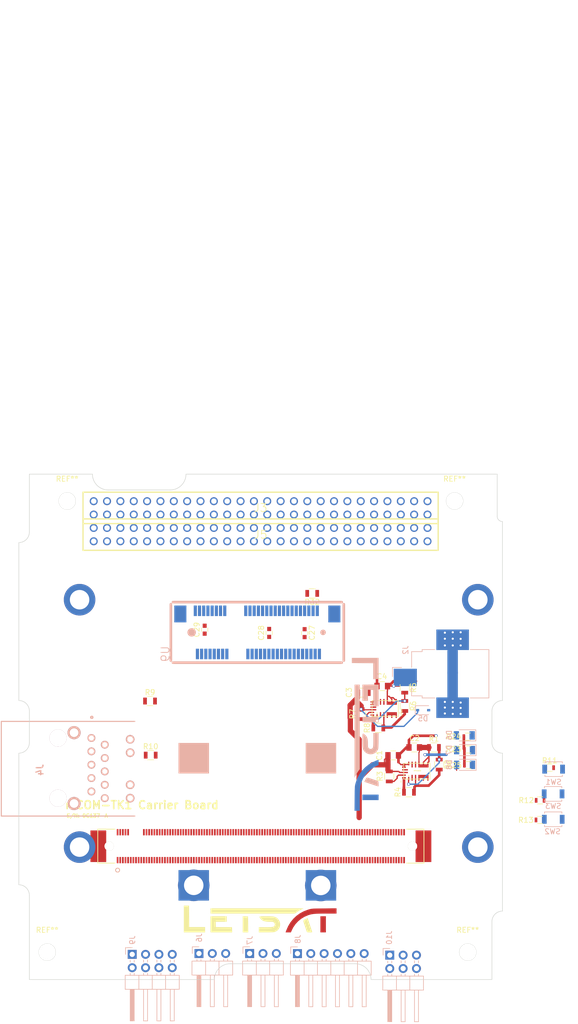
<source format=kicad_pcb>
(kicad_pcb (version 4) (host pcbnew 4.0.7)
  (layers (0 F.Cu signal) (1 In1.Cu power) (2 In2.Cu power) (31 B.Cu signal) (34 B.Paste user) (35 F.Paste user) (36 B.SilkS user) (37 F.SilkS user) (38 B.Mask user) (39 F.Mask user) (44 Edge.Cuts user))
  (net 0 "")
  (net 1 +3.3V)
  (net 2 "Net-(D5-Pad2)")
  (net 3 "Net-(D6-Pad1)")
  (net 4 "Net-(D7-Pad1)")
  (net 5 "Net-(D8-Pad1)")
  (net 6 mCOM_5V_SBY)
  (net 7 I2C_CK)
  (net 8 I2C_DAT)
  (net 9 "Net-(R1-Pad2)")
  (net 10 GNDA)
  (net 11 "Net-(R3-Pad2)")
  (net 12 "Net-(R4-Pad1)")
  (net 13 "Net-(R5-Pad2)")
  (net 14 "Net-(R7-Pad2)")
  (net 15 "Net-(R8-Pad1)")
  (net 16 "Net-(R32-Pad1)")
  (net 17 SATA0_RX+)
  (net 18 SATA0_RX-)
  (net 19 SATA0_TX-)
  (net 20 SATA0_TX+)
  (net 21 SATA_ACTn)
  (net 22 GPI0)
  (net 23 GPI1)
  (net 24 GPI2)
  (net 25 GPI3)
  (net 26 GPO0)
  (net 27 mCOM_TX)
  (net 28 mCOM_RX)
  (net 29 PWRBTNn)
  (net 30 PWR_OK)
  (net 31 SYS_RESETn)
  (net 32 GPO1)
  (net 33 GPO2)
  (net 34 GPO3)
  (net 35 WAKE1n)
  (net 36 SLEEPn)
  (net 37 mCOM_12V)
  (net 38 "GBE0_CTREF(GND)")
  (net 39 GBE0_MDI3-)
  (net 40 GBE0_MDI3+)
  (net 41 GBE0_LINK100#)
  (net 42 GBE0_LINK1000#)
  (net 43 GBE0_MDI2-)
  (net 44 GBE0_MDI2+)
  (net 45 GBE0_MDI1-)
  (net 46 GBE0_MDI1+)
  (net 47 GBE0_MDI0-)
  (net 48 GBE0_MDI0+)
  (net 49 SPI_MISO)
  (net 50 SPI_CLK)
  (net 51 SPI_MOSI)
  (net 52 SPI_CS#)
  (net 53 "Net-(J4-Pad15)")
  (net 54 "Net-(J1-Pad8)")
  (net 55 "Net-(J1-Pad15)")
  (net 56 "Net-(J1-Pad18)")
  (net 57 "Net-(J1-Pad22)")
  (net 58 "Net-(J1-Pad23)")
  (net 59 "Net-(J1-Pad24)")
  (net 60 "Net-(J1-Pad25)")
  (net 61 "Net-(J1-Pad26)")
  (net 62 "Net-(J1-Pad27)")
  (net 63 "Net-(J1-Pad29)")
  (net 64 "Net-(J1-Pad30)")
  (net 65 "Net-(J1-Pad32)")
  (net 66 "Net-(J1-Pad33)")
  (net 67 "Net-(J1-Pad34)")
  (net 68 "Net-(J1-Pad35)")
  (net 69 "Net-(J1-Pad36)")
  (net 70 "Net-(J1-Pad37)")
  (net 71 "Net-(J1-Pad38)")
  (net 72 "Net-(J1-Pad39)")
  (net 73 "Net-(J1-Pad40)")
  (net 74 "Net-(J1-Pad42)")
  (net 75 "Net-(J1-Pad43)")
  (net 76 "Net-(J1-Pad44)")
  (net 77 "Net-(J1-Pad45)")
  (net 78 "Net-(J1-Pad46)")
  (net 79 "Net-(J1-Pad47)")
  (net 80 "Net-(J1-Pad48)")
  (net 81 "Net-(J1-Pad49)")
  (net 82 "Net-(J1-Pad50)")
  (net 83 "Net-(J1-Pad52)")
  (net 84 "Net-(J1-Pad53)")
  (net 85 "Net-(J1-Pad55)")
  (net 86 "Net-(J1-Pad56)")
  (net 87 "Net-(J1-Pad58)")
  (net 88 "Net-(J1-Pad59)")
  (net 89 "Net-(J1-Pad61)")
  (net 90 "Net-(J1-Pad62)")
  (net 91 "Net-(J1-Pad64)")
  (net 92 "Net-(J1-Pad65)")
  (net 93 "Net-(J1-Pad68)")
  (net 94 "Net-(J1-Pad69)")
  (net 95 "Net-(J1-Pad71)")
  (net 96 "Net-(J1-Pad72)")
  (net 97 "Net-(J1-Pad73)")
  (net 98 "Net-(J1-Pad74)")
  (net 99 "Net-(J1-Pad75)")
  (net 100 "Net-(J1-Pad76)")
  (net 101 "Net-(J1-Pad77)")
  (net 102 "Net-(J1-Pad78)")
  (net 103 "Net-(J1-Pad79)")
  (net 104 "Net-(J1-Pad81)")
  (net 105 "Net-(J1-Pad82)")
  (net 106 "Net-(J1-Pad83)")
  (net 107 "Net-(J1-Pad84)")
  (net 108 "Net-(J1-Pad86)")
  (net 109 "Net-(J1-Pad87)")
  (net 110 "Net-(J1-Pad88)")
  (net 111 "Net-(J1-Pad89)")
  (net 112 "Net-(J1-Pad91)")
  (net 113 "Net-(J1-Pad96)")
  (net 114 "Net-(J1-Pad101)")
  (net 115 "Net-(J1-Pad102)")
  (net 116 "Net-(J1-Pad103)")
  (net 117 "Net-(J1-Pad112)")
  (net 118 "Net-(J1-Pad113)")
  (net 119 "Net-(J1-Pad114)")
  (net 120 "Net-(J1-Pad115)")
  (net 121 "Net-(J1-Pad123)")
  (net 122 "Net-(J1-Pad124)")
  (net 123 "Net-(J1-Pad125)")
  (net 124 "Net-(J1-Pad126)")
  (net 125 "Net-(J1-Pad127)")
  (net 126 "Net-(J1-Pad128)")
  (net 127 "Net-(J1-Pad129)")
  (net 128 "Net-(J1-Pad130)")
  (net 129 "Net-(J1-Pad132)")
  (net 130 "Net-(J1-Pad133)")
  (net 131 "Net-(J1-Pad135)")
  (net 132 "Net-(J1-Pad136)")
  (net 133 "Net-(J1-Pad137)")
  (net 134 "Net-(J1-Pad138)")
  (net 135 "Net-(J1-Pad139)")
  (net 136 "Net-(J1-Pad140)")
  (net 137 "Net-(J1-Pad142)")
  (net 138 "Net-(J1-Pad145)")
  (net 139 "Net-(J1-Pad146)")
  (net 140 "Net-(J1-Pad147)")
  (net 141 "Net-(J1-Pad148)")
  (net 142 "Net-(J1-Pad149)")
  (net 143 "Net-(J1-Pad150)")
  (net 144 "Net-(J1-Pad152)")
  (net 145 "Net-(J1-Pad153)")
  (net 146 "Net-(J1-Pad154)")
  (net 147 "Net-(J1-Pad155)")
  (net 148 "Net-(J1-Pad156)")
  (net 149 "Net-(J1-Pad157)")
  (net 150 "Net-(J1-Pad158)")
  (net 151 "Net-(J1-Pad160)")
  (net 152 "Net-(J1-Pad162)")
  (net 153 "Net-(J1-Pad163)")
  (net 154 "Net-(J1-Pad165)")
  (net 155 "Net-(J1-Pad166)")
  (net 156 "Net-(J1-Pad168)")
  (net 157 "Net-(J1-Pad169)")
  (net 158 "Net-(J1-Pad171)")
  (net 159 "Net-(J1-Pad172)")
  (net 160 "Net-(J1-Pad174)")
  (net 161 "Net-(J1-Pad175)")
  (net 162 "Net-(J1-Pad176)")
  (net 163 "Net-(J1-Pad178)")
  (net 164 "Net-(J1-Pad179)")
  (net 165 "Net-(J1-Pad181)")
  (net 166 "Net-(J1-Pad182)")
  (net 167 "Net-(J1-Pad183)")
  (net 168 "Net-(J1-Pad184)")
  (net 169 "Net-(J1-Pad185)")
  (net 170 "Net-(J1-Pad186)")
  (net 171 "Net-(J1-Pad187)")
  (net 172 "Net-(J1-Pad188)")
  (net 173 "Net-(J1-Pad189)")
  (net 174 "Net-(J1-Pad191)")
  (net 175 "Net-(J1-Pad192)")
  (net 176 "Net-(J1-Pad193)")
  (net 177 "Net-(J1-Pad198)")
  (net 178 "Net-(J1-Pad199)")
  (net 179 "Net-(J1-Pad201)")
  (net 180 "Net-(J1-Pad202)")
  (net 181 "Net-(J1-Pad203)")
  (net 182 "Net-(J1-Pad204)")
  (net 183 "Net-(J1-Pad205)")
  (net 184 "Net-(J1-Pad206)")
  (net 185 "Net-(J1-Pad207)")
  (net 186 "Net-(J1-Pad208)")
  (net 187 "Net-(J1-Pad209)")
  (net 188 "Net-(J1-Pad211)")
  (net 189 "Net-(J1-Pad212)")
  (net 190 "Net-(J3-Pad1)")
  (net 191 "Net-(J3-Pad2)")
  (net 192 "Net-(J3-Pad3)")
  (net 193 "Net-(J3-Pad4)")
  (net 194 "Net-(J3-Pad5)")
  (net 195 "Net-(J3-Pad6)")
  (net 196 "Net-(J3-Pad7)")
  (net 197 "Net-(J3-Pad8)")
  (net 198 "Net-(J3-Pad9)")
  (net 199 "Net-(J3-Pad10)")
  (net 200 "Net-(J3-Pad11)")
  (net 201 "Net-(J3-Pad12)")
  (net 202 "Net-(J3-Pad13)")
  (net 203 "Net-(J3-Pad14)")
  (net 204 "Net-(J3-Pad15)")
  (net 205 "Net-(J3-Pad16)")
  (net 206 "Net-(J3-Pad17)")
  (net 207 "Net-(J3-Pad18)")
  (net 208 "Net-(J3-Pad19)")
  (net 209 "Net-(J3-Pad20)")
  (net 210 "Net-(J3-Pad21)")
  (net 211 "Net-(J3-Pad22)")
  (net 212 "Net-(J3-Pad23)")
  (net 213 "Net-(J3-Pad24)")
  (net 214 "Net-(J3-Pad25)")
  (net 215 "Net-(J3-Pad26)")
  (net 216 "Net-(J3-Pad27)")
  (net 217 "Net-(J3-Pad28)")
  (net 218 "Net-(J3-Pad29)")
  (net 219 "Net-(J3-Pad30)")
  (net 220 "Net-(J3-Pad31)")
  (net 221 "Net-(J3-Pad32)")
  (net 222 "Net-(J3-Pad33)")
  (net 223 "Net-(J3-Pad34)")
  (net 224 "Net-(J3-Pad35)")
  (net 225 "Net-(J3-Pad36)")
  (net 226 "Net-(J3-Pad37)")
  (net 227 "Net-(J3-Pad38)")
  (net 228 "Net-(J3-Pad39)")
  (net 229 "Net-(J3-Pad40)")
  (net 230 "Net-(J3-Pad41)")
  (net 231 "Net-(J3-Pad42)")
  (net 232 "Net-(J3-Pad43)")
  (net 233 "Net-(J3-Pad44)")
  (net 234 "Net-(J3-Pad45)")
  (net 235 "Net-(J3-Pad46)")
  (net 236 "Net-(J3-Pad47)")
  (net 237 "Net-(J3-Pad48)")
  (net 238 "Net-(J3-Pad49)")
  (net 239 "Net-(J3-Pad50)")
  (net 240 "Net-(J3-Pad51)")
  (net 241 "Net-(J3-Pad52)")
  (net 242 "Net-(J4-Pad14)")
  (net 243 "Net-(J5-Pad1)")
  (net 244 "Net-(J5-Pad2)")
  (net 245 "Net-(J5-Pad3)")
  (net 246 "Net-(J5-Pad4)")
  (net 247 "Net-(J5-Pad5)")
  (net 248 "Net-(J5-Pad6)")
  (net 249 "Net-(J5-Pad7)")
  (net 250 "Net-(J5-Pad8)")
  (net 251 "Net-(J5-Pad9)")
  (net 252 "Net-(J5-Pad10)")
  (net 253 "Net-(J5-Pad11)")
  (net 254 "Net-(J5-Pad12)")
  (net 255 "Net-(J5-Pad13)")
  (net 256 "Net-(J5-Pad14)")
  (net 257 "Net-(J5-Pad15)")
  (net 258 "Net-(J5-Pad16)")
  (net 259 "Net-(J5-Pad17)")
  (net 260 "Net-(J5-Pad18)")
  (net 261 "Net-(J5-Pad19)")
  (net 262 "Net-(J5-Pad20)")
  (net 263 "Net-(J5-Pad21)")
  (net 264 "Net-(J5-Pad22)")
  (net 265 "Net-(J5-Pad23)")
  (net 266 "Net-(J5-Pad24)")
  (net 267 "Net-(J5-Pad25)")
  (net 268 "Net-(J5-Pad26)")
  (net 269 "Net-(J5-Pad27)")
  (net 270 "Net-(J5-Pad28)")
  (net 271 "Net-(J5-Pad29)")
  (net 272 "Net-(J5-Pad30)")
  (net 273 "Net-(J5-Pad31)")
  (net 274 "Net-(J5-Pad32)")
  (net 275 "Net-(J5-Pad33)")
  (net 276 "Net-(J5-Pad34)")
  (net 277 "Net-(J5-Pad35)")
  (net 278 "Net-(J5-Pad36)")
  (net 279 "Net-(J5-Pad37)")
  (net 280 "Net-(J5-Pad38)")
  (net 281 "Net-(J5-Pad39)")
  (net 282 "Net-(J5-Pad40)")
  (net 283 "Net-(J5-Pad41)")
  (net 284 "Net-(J5-Pad42)")
  (net 285 "Net-(J5-Pad43)")
  (net 286 "Net-(J5-Pad44)")
  (net 287 "Net-(J5-Pad45)")
  (net 288 "Net-(J5-Pad46)")
  (net 289 "Net-(J5-Pad47)")
  (net 290 "Net-(J5-Pad48)")
  (net 291 "Net-(J5-Pad49)")
  (net 292 "Net-(J5-Pad50)")
  (net 293 "Net-(J5-Pad51)")
  (net 294 "Net-(J5-Pad52)")
  (net 295 "Net-(U1-Pad2)")
  (net 296 "Net-(U1-Pad4)")
  (net 297 "Net-(U1-Pad5)")
  (net 298 "Net-(U1-Pad6)")
  (net 299 "Net-(U1-Pad11)")
  (net 300 "Net-(U2-Pad2)")
  (net 301 "Net-(U2-Pad4)")
  (net 302 "Net-(U2-Pad5)")
  (net 303 "Net-(U2-Pad6)")
  (net 304 "Net-(U2-Pad11)")
  (net 305 "Net-(U9-Pad1)")
  (net 306 "Net-(U9-Pad3)")
  (net 307 "Net-(U9-Pad5)")
  (net 308 "Net-(U9-Pad6)")
  (net 309 "Net-(U9-Pad7)")
  (net 310 "Net-(U9-Pad8)")
  (net 311 "Net-(U9-Pad10)")
  (net 312 "Net-(U9-Pad11)")
  (net 313 "Net-(U9-Pad12)")
  (net 314 "Net-(U9-Pad13)")
  (net 315 "Net-(U9-Pad14)")
  (net 316 "Net-(U9-Pad16)")
  (net 317 "Net-(U9-Pad17)")
  (net 318 "Net-(U9-Pad19)")
  (net 319 "Net-(U9-Pad20)")
  (net 320 "Net-(U9-Pad22)")
  (net 321 "Net-(U9-Pad28)")
  (net 322 "Net-(U9-Pad30)")
  (net 323 "Net-(U9-Pad32)")
  (net 324 "Net-(U9-Pad36)")
  (net 325 "Net-(U9-Pad38)")
  (net 326 "Net-(U9-Pad42)")
  (net 327 "Net-(U9-Pad43)")
  (net 328 "Net-(U9-Pad44)")
  (net 329 "Net-(U9-Pad45)")
  (net 330 "Net-(U9-Pad46)")
  (net 331 "Net-(U9-Pad47)")
  (net 332 "Net-(U9-Pad48)")
  (net 333 "Net-(J4-Pad11)")
  (net 334 "Net-(J4-Pad12)")
  (module Mounting_Holes:MountingHole_2.7mm_M2.5_Pad (layer F.Cu) (at 115.291 102.109)
    (fp_text reference m1 hide)
    (fp_text value MountingHole_2.7mm_M2.5_Pad)
    (pad 2 thru_hole circle (at 0 0) (size 6 6) (drill 3.7) (layers *.Cu *.Mask))
  )
  (module Mounting_Holes:MountingHole_2.7mm_M2.5_Pad (layer F.Cu) (at 139.459 102.132)
    (fp_text reference m1 hide)
    (fp_text value MountingHole_2.7mm_M2.5_Pad)
    (pad 2 thru_hole circle (at 0 0) (size 6 6) (drill 3.7) (layers *.Cu *.Mask))
  )
  (module BusSimulator:ComExpressMini10 (layer F.Cu) (at 93.332 92.0162)
    (fp_text reference J1 hide)
    (fp_text value CONN_3-6318491-6 hide)
    (pad 1 smd rect (at 7.475997 5.3) (size 0.3302 1.1938) (layers F.Cu F.Paste F.Mask) (net 38 "GBE0_CTREF(GND)"))
    (pad 2 smd rect (at 7.975996 5.3) (size 0.3302 1.1938) (layers F.Cu F.Paste F.Mask) (net 39 GBE0_MDI3-))
    (pad 3 smd rect (at 8.475997 5.3) (size 0.3302 1.1938) (layers F.Cu F.Paste F.Mask) (net 40 GBE0_MDI3+))
    (pad 4 smd rect (at 8.975996 5.3) (size 0.3302 1.1938) (layers F.Cu F.Paste F.Mask) (net 41 GBE0_LINK100#))
    (pad 5 smd rect (at 9.475995 5.3) (size 0.3302 1.1938) (layers F.Cu F.Paste F.Mask) (net 42 GBE0_LINK1000#))
    (pad 6 smd rect (at 9.975997 5.3) (size 0.3302 1.1938) (layers F.Cu F.Paste F.Mask) (net 43 GBE0_MDI2-))
    (pad 7 smd rect (at 10.475996 5.3) (size 0.3302 1.1938) (layers F.Cu F.Paste F.Mask) (net 44 GBE0_MDI2+))
    (pad 8 smd rect (at 10.975997 5.3) (size 0.3302 1.1938) (layers F.Cu F.Paste F.Mask) (net 54 "Net-(J1-Pad8)"))
    (pad 9 smd rect (at 11.475996 5.3) (size 0.3302 1.1938) (layers F.Cu F.Paste F.Mask) (net 45 GBE0_MDI1-))
    (pad 10 smd rect (at 11.975995 5.3) (size 0.3302 1.1938) (layers F.Cu F.Paste F.Mask) (net 46 GBE0_MDI1+))
    (pad 11 smd rect (at 12.475997 5.3) (size 0.3302 1.1938) (layers F.Cu F.Paste F.Mask) (net 38 "GBE0_CTREF(GND)"))
    (pad 12 smd rect (at 12.975996 5.3) (size 0.3302 1.1938) (layers F.Cu F.Paste F.Mask) (net 47 GBE0_MDI0-))
    (pad 13 smd rect (at 13.475998 5.3) (size 0.3302 1.1938) (layers F.Cu F.Paste F.Mask) (net 48 GBE0_MDI0+))
    (pad 14 smd rect (at 13.975997 5.3) (size 0.3302 1.1938) (layers F.Cu F.Paste F.Mask) (net 38 "GBE0_CTREF(GND)"))
    (pad 15 smd rect (at 14.475996 5.3) (size 0.3302 1.1938) (layers F.Cu F.Paste F.Mask) (net 55 "Net-(J1-Pad15)"))
    (pad 16 smd rect (at 14.975997 5.3) (size 0.3302 1.1938) (layers F.Cu F.Paste F.Mask) (net 20 SATA0_TX+))
    (pad 17 smd rect (at 15.475996 5.3) (size 0.3302 1.1938) (layers F.Cu F.Paste F.Mask) (net 19 SATA0_TX-))
    (pad 18 smd rect (at 15.975998 5.3) (size 0.3302 1.1938) (layers F.Cu F.Paste F.Mask) (net 56 "Net-(J1-Pad18)"))
    (pad 19 smd rect (at 16.475997 5.3) (size 0.3302 1.1938) (layers F.Cu F.Paste F.Mask) (net 17 SATA0_RX+))
    (pad 20 smd rect (at 16.975996 5.3) (size 0.3302 1.1938) (layers F.Cu F.Paste F.Mask) (net 18 SATA0_RX-))
    (pad 21 smd rect (at 17.475997 5.3) (size 0.3302 1.1938) (layers F.Cu F.Paste F.Mask) (net 38 "GBE0_CTREF(GND)"))
    (pad 22 smd rect (at 17.975996 5.3) (size 0.3302 1.1938) (layers F.Cu F.Paste F.Mask) (net 57 "Net-(J1-Pad22)"))
    (pad 23 smd rect (at 18.475998 5.3) (size 0.3302 1.1938) (layers F.Cu F.Paste F.Mask) (net 58 "Net-(J1-Pad23)"))
    (pad 24 smd rect (at 18.975997 5.3) (size 0.3302 1.1938) (layers F.Cu F.Paste F.Mask) (net 59 "Net-(J1-Pad24)"))
    (pad 25 smd rect (at 19.475996 5.3) (size 0.3302 1.1938) (layers F.Cu F.Paste F.Mask) (net 60 "Net-(J1-Pad25)"))
    (pad 26 smd rect (at 19.975997 5.3) (size 0.3302 1.1938) (layers F.Cu F.Paste F.Mask) (net 61 "Net-(J1-Pad26)"))
    (pad 27 smd rect (at 20.475996 5.3) (size 0.3302 1.1938) (layers F.Cu F.Paste F.Mask) (net 62 "Net-(J1-Pad27)"))
    (pad 28 smd rect (at 20.975998 5.3) (size 0.3302 1.1938) (layers F.Cu F.Paste F.Mask) (net 21 SATA_ACTn))
    (pad 29 smd rect (at 21.475997 5.3) (size 0.3302 1.1938) (layers F.Cu F.Paste F.Mask) (net 63 "Net-(J1-Pad29)"))
    (pad 30 smd rect (at 21.975996 5.3) (size 0.3302 1.1938) (layers F.Cu F.Paste F.Mask) (net 64 "Net-(J1-Pad30)"))
    (pad 31 smd rect (at 22.475997 5.3) (size 0.3302 1.1938) (layers F.Cu F.Paste F.Mask) (net 38 "GBE0_CTREF(GND)"))
    (pad 32 smd rect (at 22.975996 5.3) (size 0.3302 1.1938) (layers F.Cu F.Paste F.Mask) (net 65 "Net-(J1-Pad32)"))
    (pad 33 smd rect (at 23.475995 5.3) (size 0.3302 1.1938) (layers F.Cu F.Paste F.Mask) (net 66 "Net-(J1-Pad33)"))
    (pad 34 smd rect (at 23.975997 5.3) (size 0.3302 1.1938) (layers F.Cu F.Paste F.Mask) (net 67 "Net-(J1-Pad34)"))
    (pad 35 smd rect (at 24.475996 5.3) (size 0.3302 1.1938) (layers F.Cu F.Paste F.Mask) (net 68 "Net-(J1-Pad35)"))
    (pad 36 smd rect (at 24.975997 5.3) (size 0.3302 1.1938) (layers F.Cu F.Paste F.Mask) (net 69 "Net-(J1-Pad36)"))
    (pad 37 smd rect (at 25.475996 5.3) (size 0.3302 1.1938) (layers F.Cu F.Paste F.Mask) (net 70 "Net-(J1-Pad37)"))
    (pad 38 smd rect (at 25.975995 5.3) (size 0.3302 1.1938) (layers F.Cu F.Paste F.Mask) (net 71 "Net-(J1-Pad38)"))
    (pad 39 smd rect (at 26.475997 5.3) (size 0.3302 1.1938) (layers F.Cu F.Paste F.Mask) (net 72 "Net-(J1-Pad39)"))
    (pad 40 smd rect (at 26.975996 5.3) (size 0.3302 1.1938) (layers F.Cu F.Paste F.Mask) (net 73 "Net-(J1-Pad40)"))
    (pad 41 smd rect (at 27.475997 5.3) (size 0.3302 1.1938) (layers F.Cu F.Paste F.Mask) (net 38 "GBE0_CTREF(GND)"))
    (pad 42 smd rect (at 27.975996 5.3) (size 0.3302 1.1938) (layers F.Cu F.Paste F.Mask) (net 74 "Net-(J1-Pad42)"))
    (pad 43 smd rect (at 28.475995 5.3) (size 0.3302 1.1938) (layers F.Cu F.Paste F.Mask) (net 75 "Net-(J1-Pad43)"))
    (pad 44 smd rect (at 28.975997 5.3) (size 0.3302 1.1938) (layers F.Cu F.Paste F.Mask) (net 76 "Net-(J1-Pad44)"))
    (pad 45 smd rect (at 29.475996 5.3) (size 0.3302 1.1938) (layers F.Cu F.Paste F.Mask) (net 77 "Net-(J1-Pad45)"))
    (pad 46 smd rect (at 29.975998 5.3) (size 0.3302 1.1938) (layers F.Cu F.Paste F.Mask) (net 78 "Net-(J1-Pad46)"))
    (pad 47 smd rect (at 30.475997 5.3) (size 0.3302 1.1938) (layers F.Cu F.Paste F.Mask) (net 79 "Net-(J1-Pad47)"))
    (pad 48 smd rect (at 30.975996 5.3) (size 0.3302 1.1938) (layers F.Cu F.Paste F.Mask) (net 80 "Net-(J1-Pad48)"))
    (pad 49 smd rect (at 31.475997 5.3) (size 0.3302 1.1938) (layers F.Cu F.Paste F.Mask) (net 81 "Net-(J1-Pad49)"))
    (pad 50 smd rect (at 31.975996 5.3) (size 0.3302 1.1938) (layers F.Cu F.Paste F.Mask) (net 82 "Net-(J1-Pad50)"))
    (pad 51 smd rect (at 32.475998 5.3) (size 0.3302 1.1938) (layers F.Cu F.Paste F.Mask) (net 38 "GBE0_CTREF(GND)"))
    (pad 52 smd rect (at 32.975997 5.3) (size 0.3302 1.1938) (layers F.Cu F.Paste F.Mask) (net 83 "Net-(J1-Pad52)"))
    (pad 53 smd rect (at 33.475996 5.3) (size 0.3302 1.1938) (layers F.Cu F.Paste F.Mask) (net 84 "Net-(J1-Pad53)"))
    (pad 54 smd rect (at 33.975997 5.3) (size 0.3302 1.1938) (layers F.Cu F.Paste F.Mask) (net 22 GPI0))
    (pad 55 smd rect (at 34.475996 5.3) (size 0.3302 1.1938) (layers F.Cu F.Paste F.Mask) (net 85 "Net-(J1-Pad55)"))
    (pad 56 smd rect (at 34.975998 5.3) (size 0.3302 1.1938) (layers F.Cu F.Paste F.Mask) (net 86 "Net-(J1-Pad56)"))
    (pad 57 smd rect (at 35.475997 5.3) (size 0.3302 1.1938) (layers F.Cu F.Paste F.Mask) (net 38 "GBE0_CTREF(GND)"))
    (pad 58 smd rect (at 35.975996 5.3) (size 0.3302 1.1938) (layers F.Cu F.Paste F.Mask) (net 87 "Net-(J1-Pad58)"))
    (pad 59 smd rect (at 36.475997 5.3) (size 0.3302 1.1938) (layers F.Cu F.Paste F.Mask) (net 88 "Net-(J1-Pad59)"))
    (pad 60 smd rect (at 36.975996 5.3) (size 0.3302 1.1938) (layers F.Cu F.Paste F.Mask) (net 38 "GBE0_CTREF(GND)"))
    (pad 61 smd rect (at 37.475998 5.3) (size 0.3302 1.1938) (layers F.Cu F.Paste F.Mask) (net 89 "Net-(J1-Pad61)"))
    (pad 62 smd rect (at 37.975997 5.3) (size 0.3302 1.1938) (layers F.Cu F.Paste F.Mask) (net 90 "Net-(J1-Pad62)"))
    (pad 63 smd rect (at 38.475996 5.3) (size 0.3302 1.1938) (layers F.Cu F.Paste F.Mask) (net 23 GPI1))
    (pad 64 smd rect (at 38.975997 5.3) (size 0.3302 1.1938) (layers F.Cu F.Paste F.Mask) (net 91 "Net-(J1-Pad64)"))
    (pad 65 smd rect (at 39.475996 5.3) (size 0.3302 1.1938) (layers F.Cu F.Paste F.Mask) (net 92 "Net-(J1-Pad65)"))
    (pad 66 smd rect (at 39.975998 5.3) (size 0.3302 1.1938) (layers F.Cu F.Paste F.Mask) (net 38 "GBE0_CTREF(GND)"))
    (pad 67 smd rect (at 40.475997 5.3) (size 0.3302 1.1938) (layers F.Cu F.Paste F.Mask) (net 24 GPI2))
    (pad 68 smd rect (at 40.975996 5.3) (size 0.3302 1.1938) (layers F.Cu F.Paste F.Mask) (net 93 "Net-(J1-Pad68)"))
    (pad 69 smd rect (at 41.475997 5.3) (size 0.3302 1.1938) (layers F.Cu F.Paste F.Mask) (net 94 "Net-(J1-Pad69)"))
    (pad 70 smd rect (at 41.975996 5.3) (size 0.3302 1.1938) (layers F.Cu F.Paste F.Mask) (net 38 "GBE0_CTREF(GND)"))
    (pad 71 smd rect (at 42.475995 5.3) (size 0.3302 1.1938) (layers F.Cu F.Paste F.Mask) (net 95 "Net-(J1-Pad71)"))
    (pad 72 smd rect (at 42.975997 5.3) (size 0.3302 1.1938) (layers F.Cu F.Paste F.Mask) (net 96 "Net-(J1-Pad72)"))
    (pad 73 smd rect (at 43.475996 5.3) (size 0.3302 1.1938) (layers F.Cu F.Paste F.Mask) (net 97 "Net-(J1-Pad73)"))
    (pad 74 smd rect (at 43.975997 5.3) (size 0.3302 1.1938) (layers F.Cu F.Paste F.Mask) (net 98 "Net-(J1-Pad74)"))
    (pad 75 smd rect (at 44.475996 5.3) (size 0.3302 1.1938) (layers F.Cu F.Paste F.Mask) (net 99 "Net-(J1-Pad75)"))
    (pad 76 smd rect (at 44.975995 5.3) (size 0.3302 1.1938) (layers F.Cu F.Paste F.Mask) (net 100 "Net-(J1-Pad76)"))
    (pad 77 smd rect (at 45.475997 5.3) (size 0.3302 1.1938) (layers F.Cu F.Paste F.Mask) (net 101 "Net-(J1-Pad77)"))
    (pad 78 smd rect (at 45.975996 5.3) (size 0.3302 1.1938) (layers F.Cu F.Paste F.Mask) (net 102 "Net-(J1-Pad78)"))
    (pad 79 smd rect (at 46.475998 5.3) (size 0.3302 1.1938) (layers F.Cu F.Paste F.Mask) (net 103 "Net-(J1-Pad79)"))
    (pad 80 smd rect (at 46.975997 5.3) (size 0.3302 1.1938) (layers F.Cu F.Paste F.Mask) (net 38 "GBE0_CTREF(GND)"))
    (pad 81 smd rect (at 47.475996 5.3) (size 0.3302 1.1938) (layers F.Cu F.Paste F.Mask) (net 104 "Net-(J1-Pad81)"))
    (pad 82 smd rect (at 47.975997 5.3) (size 0.3302 1.1938) (layers F.Cu F.Paste F.Mask) (net 105 "Net-(J1-Pad82)"))
    (pad 83 smd rect (at 48.475996 5.3) (size 0.3302 1.1938) (layers F.Cu F.Paste F.Mask) (net 106 "Net-(J1-Pad83)"))
    (pad 84 smd rect (at 48.975998 5.3) (size 0.3302 1.1938) (layers F.Cu F.Paste F.Mask) (net 107 "Net-(J1-Pad84)"))
    (pad 85 smd rect (at 49.475997 5.3) (size 0.3302 1.1938) (layers F.Cu F.Paste F.Mask) (net 25 GPI3))
    (pad 86 smd rect (at 49.975996 5.3) (size 0.3302 1.1938) (layers F.Cu F.Paste F.Mask) (net 108 "Net-(J1-Pad86)"))
    (pad 87 smd rect (at 50.475997 5.3) (size 0.3302 1.1938) (layers F.Cu F.Paste F.Mask) (net 109 "Net-(J1-Pad87)"))
    (pad 88 smd rect (at 50.975996 5.3) (size 0.3302 1.1938) (layers F.Cu F.Paste F.Mask) (net 110 "Net-(J1-Pad88)"))
    (pad 89 smd rect (at 51.475998 5.3) (size 0.3302 1.1938) (layers F.Cu F.Paste F.Mask) (net 111 "Net-(J1-Pad89)"))
    (pad 90 smd rect (at 51.975997 5.3) (size 0.3302 1.1938) (layers F.Cu F.Paste F.Mask) (net 38 "GBE0_CTREF(GND)"))
    (pad 91 smd rect (at 52.475996 5.3) (size 0.3302 1.1938) (layers F.Cu F.Paste F.Mask) (net 112 "Net-(J1-Pad91)"))
    (pad 92 smd rect (at 52.975997 5.3) (size 0.3302 1.1938) (layers F.Cu F.Paste F.Mask) (net 49 SPI_MISO))
    (pad 93 smd rect (at 53.475996 5.3) (size 0.3302 1.1938) (layers F.Cu F.Paste F.Mask) (net 26 GPO0))
    (pad 94 smd rect (at 53.975998 5.3) (size 0.3302 1.1938) (layers F.Cu F.Paste F.Mask) (net 50 SPI_CLK))
    (pad 95 smd rect (at 54.475997 5.3) (size 0.3302 1.1938) (layers F.Cu F.Paste F.Mask) (net 51 SPI_MOSI))
    (pad 96 smd rect (at 54.975996 5.3) (size 0.3302 1.1938) (layers F.Cu F.Paste F.Mask) (net 113 "Net-(J1-Pad96)"))
    (pad 97 smd rect (at 55.475997 5.3) (size 0.3302 1.1938) (layers F.Cu F.Paste F.Mask) (net 52 SPI_CS#))
    (pad 98 smd rect (at 55.975996 5.3) (size 0.3302 1.1938) (layers F.Cu F.Paste F.Mask) (net 27 mCOM_TX))
    (pad 99 smd rect (at 56.475998 5.3) (size 0.3302 1.1938) (layers F.Cu F.Paste F.Mask) (net 28 mCOM_RX))
    (pad 100 smd rect (at 56.975997 5.3) (size 0.3302 1.1938) (layers F.Cu F.Paste F.Mask) (net 38 "GBE0_CTREF(GND)"))
    (pad 101 smd rect (at 57.475996 5.3) (size 0.3302 1.1938) (layers F.Cu F.Paste F.Mask) (net 114 "Net-(J1-Pad101)"))
    (pad 102 smd rect (at 57.975997 5.3) (size 0.3302 1.1938) (layers F.Cu F.Paste F.Mask) (net 115 "Net-(J1-Pad102)"))
    (pad 103 smd rect (at 58.475996 5.3) (size 0.3302 1.1938) (layers F.Cu F.Paste F.Mask) (net 116 "Net-(J1-Pad103)"))
    (pad 104 smd rect (at 58.975998 5.3) (size 0.3302 1.1938) (layers F.Cu F.Paste F.Mask) (net 37 mCOM_12V))
    (pad 105 smd rect (at 59.475997 5.3) (size 0.3302 1.1938) (layers F.Cu F.Paste F.Mask) (net 37 mCOM_12V))
    (pad 106 smd rect (at 59.975996 5.3) (size 0.3302 1.1938) (layers F.Cu F.Paste F.Mask) (net 37 mCOM_12V))
    (pad 107 smd rect (at 60.475997 5.3) (size 0.3302 1.1938) (layers F.Cu F.Paste F.Mask) (net 37 mCOM_12V))
    (pad 108 smd rect (at 60.975996 5.3) (size 0.3302 1.1938) (layers F.Cu F.Paste F.Mask) (net 37 mCOM_12V))
    (pad 109 smd rect (at 61.475998 5.3) (size 0.3302 1.1938) (layers F.Cu F.Paste F.Mask) (net 37 mCOM_12V))
    (pad 110 smd rect (at 61.975997 5.3) (size 0.3302 1.1938) (layers F.Cu F.Paste F.Mask) (net 38 "GBE0_CTREF(GND)"))
    (pad 111 smd rect (at 7.475997 0) (size 0.3302 1.1938) (layers F.Cu F.Paste F.Mask) (net 38 "GBE0_CTREF(GND)"))
    (pad 112 smd rect (at 7.975996 0) (size 0.3302 1.1938) (layers F.Cu F.Paste F.Mask) (net 117 "Net-(J1-Pad112)"))
    (pad 113 smd rect (at 8.475997 0) (size 0.3302 1.1938) (layers F.Cu F.Paste F.Mask) (net 118 "Net-(J1-Pad113)"))
    (pad 114 smd rect (at 8.975996 0) (size 0.3302 1.1938) (layers F.Cu F.Paste F.Mask) (net 119 "Net-(J1-Pad114)"))
    (pad 115 smd rect (at 9.475995 0) (size 0.3302 1.1938) (layers F.Cu F.Paste F.Mask) (net 120 "Net-(J1-Pad115)"))
    (pad 121 smd rect (at 12.475997 0) (size 0.3302 1.1938) (layers F.Cu F.Paste F.Mask) (net 38 "GBE0_CTREF(GND)"))
    (pad 122 smd rect (at 12.975996 0) (size 0.3302 1.1938) (layers F.Cu F.Paste F.Mask) (net 29 PWRBTNn))
    (pad 123 smd rect (at 13.475998 0) (size 0.3302 1.1938) (layers F.Cu F.Paste F.Mask) (net 121 "Net-(J1-Pad123)"))
    (pad 124 smd rect (at 13.975997 0) (size 0.3302 1.1938) (layers F.Cu F.Paste F.Mask) (net 122 "Net-(J1-Pad124)"))
    (pad 125 smd rect (at 14.475996 0) (size 0.3302 1.1938) (layers F.Cu F.Paste F.Mask) (net 123 "Net-(J1-Pad125)"))
    (pad 126 smd rect (at 14.975997 0) (size 0.3302 1.1938) (layers F.Cu F.Paste F.Mask) (net 124 "Net-(J1-Pad126)"))
    (pad 127 smd rect (at 15.475996 0) (size 0.3302 1.1938) (layers F.Cu F.Paste F.Mask) (net 125 "Net-(J1-Pad127)"))
    (pad 128 smd rect (at 15.975998 0) (size 0.3302 1.1938) (layers F.Cu F.Paste F.Mask) (net 126 "Net-(J1-Pad128)"))
    (pad 129 smd rect (at 16.475997 0) (size 0.3302 1.1938) (layers F.Cu F.Paste F.Mask) (net 127 "Net-(J1-Pad129)"))
    (pad 130 smd rect (at 16.975996 0) (size 0.3302 1.1938) (layers F.Cu F.Paste F.Mask) (net 128 "Net-(J1-Pad130)"))
    (pad 131 smd rect (at 17.475997 0) (size 0.3302 1.1938) (layers F.Cu F.Paste F.Mask) (net 38 "GBE0_CTREF(GND)"))
    (pad 132 smd rect (at 17.975996 0) (size 0.3302 1.1938) (layers F.Cu F.Paste F.Mask) (net 129 "Net-(J1-Pad132)"))
    (pad 133 smd rect (at 18.475998 0) (size 0.3302 1.1938) (layers F.Cu F.Paste F.Mask) (net 130 "Net-(J1-Pad133)"))
    (pad 134 smd rect (at 18.975997 0) (size 0.3302 1.1938) (layers F.Cu F.Paste F.Mask) (net 30 PWR_OK))
    (pad 135 smd rect (at 19.475996 0) (size 0.3302 1.1938) (layers F.Cu F.Paste F.Mask) (net 131 "Net-(J1-Pad135)"))
    (pad 136 smd rect (at 19.975997 0) (size 0.3302 1.1938) (layers F.Cu F.Paste F.Mask) (net 132 "Net-(J1-Pad136)"))
    (pad 137 smd rect (at 20.475996 0) (size 0.3302 1.1938) (layers F.Cu F.Paste F.Mask) (net 133 "Net-(J1-Pad137)"))
    (pad 138 smd rect (at 20.975998 0) (size 0.3302 1.1938) (layers F.Cu F.Paste F.Mask) (net 134 "Net-(J1-Pad138)"))
    (pad 139 smd rect (at 21.475997 0) (size 0.3302 1.1938) (layers F.Cu F.Paste F.Mask) (net 135 "Net-(J1-Pad139)"))
    (pad 140 smd rect (at 21.975996 0) (size 0.3302 1.1938) (layers F.Cu F.Paste F.Mask) (net 136 "Net-(J1-Pad140)"))
    (pad 141 smd rect (at 22.475997 0) (size 0.3302 1.1938) (layers F.Cu F.Paste F.Mask) (net 38 "GBE0_CTREF(GND)"))
    (pad 142 smd rect (at 22.975996 0) (size 0.3302 1.1938) (layers F.Cu F.Paste F.Mask) (net 137 "Net-(J1-Pad142)"))
    (pad 143 smd rect (at 23.475995 0) (size 0.3302 1.1938) (layers F.Cu F.Paste F.Mask) (net 7 I2C_CK))
    (pad 144 smd rect (at 23.975997 0) (size 0.3302 1.1938) (layers F.Cu F.Paste F.Mask) (net 8 I2C_DAT))
    (pad 145 smd rect (at 24.475996 0) (size 0.3302 1.1938) (layers F.Cu F.Paste F.Mask) (net 138 "Net-(J1-Pad145)"))
    (pad 146 smd rect (at 24.975997 0) (size 0.3302 1.1938) (layers F.Cu F.Paste F.Mask) (net 139 "Net-(J1-Pad146)"))
    (pad 147 smd rect (at 25.475996 0) (size 0.3302 1.1938) (layers F.Cu F.Paste F.Mask) (net 140 "Net-(J1-Pad147)"))
    (pad 148 smd rect (at 25.975995 0) (size 0.3302 1.1938) (layers F.Cu F.Paste F.Mask) (net 141 "Net-(J1-Pad148)"))
    (pad 149 smd rect (at 26.475997 0) (size 0.3302 1.1938) (layers F.Cu F.Paste F.Mask) (net 142 "Net-(J1-Pad149)"))
    (pad 150 smd rect (at 26.975996 0) (size 0.3302 1.1938) (layers F.Cu F.Paste F.Mask) (net 143 "Net-(J1-Pad150)"))
    (pad 151 smd rect (at 27.475997 0) (size 0.3302 1.1938) (layers F.Cu F.Paste F.Mask) (net 38 "GBE0_CTREF(GND)"))
    (pad 152 smd rect (at 27.975996 0) (size 0.3302 1.1938) (layers F.Cu F.Paste F.Mask) (net 144 "Net-(J1-Pad152)"))
    (pad 153 smd rect (at 28.475995 0) (size 0.3302 1.1938) (layers F.Cu F.Paste F.Mask) (net 145 "Net-(J1-Pad153)"))
    (pad 154 smd rect (at 28.975997 0) (size 0.3302 1.1938) (layers F.Cu F.Paste F.Mask) (net 146 "Net-(J1-Pad154)"))
    (pad 155 smd rect (at 29.475996 0) (size 0.3302 1.1938) (layers F.Cu F.Paste F.Mask) (net 147 "Net-(J1-Pad155)"))
    (pad 156 smd rect (at 29.975998 0) (size 0.3302 1.1938) (layers F.Cu F.Paste F.Mask) (net 148 "Net-(J1-Pad156)"))
    (pad 157 smd rect (at 30.475997 0) (size 0.3302 1.1938) (layers F.Cu F.Paste F.Mask) (net 149 "Net-(J1-Pad157)"))
    (pad 158 smd rect (at 30.975996 0) (size 0.3302 1.1938) (layers F.Cu F.Paste F.Mask) (net 150 "Net-(J1-Pad158)"))
    (pad 159 smd rect (at 31.475997 0) (size 0.3302 1.1938) (layers F.Cu F.Paste F.Mask) (net 31 SYS_RESETn))
    (pad 160 smd rect (at 31.975996 0) (size 0.3302 1.1938) (layers F.Cu F.Paste F.Mask) (net 151 "Net-(J1-Pad160)"))
    (pad 161 smd rect (at 32.475998 0) (size 0.3302 1.1938) (layers F.Cu F.Paste F.Mask) (net 38 "GBE0_CTREF(GND)"))
    (pad 162 smd rect (at 32.975997 0) (size 0.3302 1.1938) (layers F.Cu F.Paste F.Mask) (net 152 "Net-(J1-Pad162)"))
    (pad 163 smd rect (at 33.475996 0) (size 0.3302 1.1938) (layers F.Cu F.Paste F.Mask) (net 153 "Net-(J1-Pad163)"))
    (pad 164 smd rect (at 33.975997 0) (size 0.3302 1.1938) (layers F.Cu F.Paste F.Mask) (net 32 GPO1))
    (pad 165 smd rect (at 34.475996 0) (size 0.3302 1.1938) (layers F.Cu F.Paste F.Mask) (net 154 "Net-(J1-Pad165)"))
    (pad 166 smd rect (at 34.975998 0) (size 0.3302 1.1938) (layers F.Cu F.Paste F.Mask) (net 155 "Net-(J1-Pad166)"))
    (pad 167 smd rect (at 35.475997 0) (size 0.3302 1.1938) (layers F.Cu F.Paste F.Mask) (net 33 GPO2))
    (pad 168 smd rect (at 35.975996 0) (size 0.3302 1.1938) (layers F.Cu F.Paste F.Mask) (net 156 "Net-(J1-Pad168)"))
    (pad 169 smd rect (at 36.475997 0) (size 0.3302 1.1938) (layers F.Cu F.Paste F.Mask) (net 157 "Net-(J1-Pad169)"))
    (pad 170 smd rect (at 36.975996 0) (size 0.3302 1.1938) (layers F.Cu F.Paste F.Mask) (net 38 "GBE0_CTREF(GND)"))
    (pad 171 smd rect (at 37.475998 0) (size 0.3302 1.1938) (layers F.Cu F.Paste F.Mask) (net 158 "Net-(J1-Pad171)"))
    (pad 172 smd rect (at 37.975997 0) (size 0.3302 1.1938) (layers F.Cu F.Paste F.Mask) (net 159 "Net-(J1-Pad172)"))
    (pad 173 smd rect (at 38.475996 0) (size 0.3302 1.1938) (layers F.Cu F.Paste F.Mask) (net 34 GPO3))
    (pad 174 smd rect (at 38.975997 0) (size 0.3302 1.1938) (layers F.Cu F.Paste F.Mask) (net 160 "Net-(J1-Pad174)"))
    (pad 175 smd rect (at 39.475996 0) (size 0.3302 1.1938) (layers F.Cu F.Paste F.Mask) (net 161 "Net-(J1-Pad175)"))
    (pad 176 smd rect (at 39.975998 0) (size 0.3302 1.1938) (layers F.Cu F.Paste F.Mask) (net 162 "Net-(J1-Pad176)"))
    (pad 177 smd rect (at 40.475997 0) (size 0.3302 1.1938) (layers F.Cu F.Paste F.Mask) (net 35 WAKE1n))
    (pad 178 smd rect (at 40.975996 0) (size 0.3302 1.1938) (layers F.Cu F.Paste F.Mask) (net 163 "Net-(J1-Pad178)"))
    (pad 179 smd rect (at 41.475997 0) (size 0.3302 1.1938) (layers F.Cu F.Paste F.Mask) (net 164 "Net-(J1-Pad179)"))
    (pad 180 smd rect (at 41.975996 0) (size 0.3302 1.1938) (layers F.Cu F.Paste F.Mask) (net 38 "GBE0_CTREF(GND)"))
    (pad 181 smd rect (at 42.475995 0) (size 0.3302 1.1938) (layers F.Cu F.Paste F.Mask) (net 165 "Net-(J1-Pad181)"))
    (pad 182 smd rect (at 42.975997 0) (size 0.3302 1.1938) (layers F.Cu F.Paste F.Mask) (net 166 "Net-(J1-Pad182)"))
    (pad 183 smd rect (at 43.475996 0) (size 0.3302 1.1938) (layers F.Cu F.Paste F.Mask) (net 167 "Net-(J1-Pad183)"))
    (pad 184 smd rect (at 43.975997 0) (size 0.3302 1.1938) (layers F.Cu F.Paste F.Mask) (net 168 "Net-(J1-Pad184)"))
    (pad 185 smd rect (at 44.475996 0) (size 0.3302 1.1938) (layers F.Cu F.Paste F.Mask) (net 169 "Net-(J1-Pad185)"))
    (pad 186 smd rect (at 44.975995 0) (size 0.3302 1.1938) (layers F.Cu F.Paste F.Mask) (net 170 "Net-(J1-Pad186)"))
    (pad 187 smd rect (at 45.475997 0) (size 0.3302 1.1938) (layers F.Cu F.Paste F.Mask) (net 171 "Net-(J1-Pad187)"))
    (pad 188 smd rect (at 45.975996 0) (size 0.3302 1.1938) (layers F.Cu F.Paste F.Mask) (net 172 "Net-(J1-Pad188)"))
    (pad 189 smd rect (at 46.475998 0) (size 0.3302 1.1938) (layers F.Cu F.Paste F.Mask) (net 173 "Net-(J1-Pad189)"))
    (pad 190 smd rect (at 46.975997 0) (size 0.3302 1.1938) (layers F.Cu F.Paste F.Mask) (net 38 "GBE0_CTREF(GND)"))
    (pad 191 smd rect (at 47.475996 0) (size 0.3302 1.1938) (layers F.Cu F.Paste F.Mask) (net 174 "Net-(J1-Pad191)"))
    (pad 192 smd rect (at 47.975997 0) (size 0.3302 1.1938) (layers F.Cu F.Paste F.Mask) (net 175 "Net-(J1-Pad192)"))
    (pad 193 smd rect (at 48.475996 0) (size 0.3302 1.1938) (layers F.Cu F.Paste F.Mask) (net 176 "Net-(J1-Pad193)"))
    (pad 194 smd rect (at 48.975998 0) (size 0.3302 1.1938) (layers F.Cu F.Paste F.Mask) (net 6 mCOM_5V_SBY))
    (pad 195 smd rect (at 49.475997 0) (size 0.3302 1.1938) (layers F.Cu F.Paste F.Mask) (net 6 mCOM_5V_SBY))
    (pad 196 smd rect (at 49.975996 0) (size 0.3302 1.1938) (layers F.Cu F.Paste F.Mask) (net 6 mCOM_5V_SBY))
    (pad 197 smd rect (at 50.475997 0) (size 0.3302 1.1938) (layers F.Cu F.Paste F.Mask) (net 6 mCOM_5V_SBY))
    (pad 198 smd rect (at 50.975996 0) (size 0.3302 1.1938) (layers F.Cu F.Paste F.Mask) (net 177 "Net-(J1-Pad198)"))
    (pad 199 smd rect (at 51.475998 0) (size 0.3302 1.1938) (layers F.Cu F.Paste F.Mask) (net 178 "Net-(J1-Pad199)"))
    (pad 200 smd rect (at 51.975997 0) (size 0.3302 1.1938) (layers F.Cu F.Paste F.Mask) (net 38 "GBE0_CTREF(GND)"))
    (pad 201 smd rect (at 52.475996 0) (size 0.3302 1.1938) (layers F.Cu F.Paste F.Mask) (net 179 "Net-(J1-Pad201)"))
    (pad 202 smd rect (at 52.975997 0) (size 0.3302 1.1938) (layers F.Cu F.Paste F.Mask) (net 180 "Net-(J1-Pad202)"))
    (pad 203 smd rect (at 53.475996 0) (size 0.3302 1.1938) (layers F.Cu F.Paste F.Mask) (net 181 "Net-(J1-Pad203)"))
    (pad 204 smd rect (at 53.975998 0) (size 0.3302 1.1938) (layers F.Cu F.Paste F.Mask) (net 182 "Net-(J1-Pad204)"))
    (pad 205 smd rect (at 54.475997 0) (size 0.3302 1.1938) (layers F.Cu F.Paste F.Mask) (net 183 "Net-(J1-Pad205)"))
    (pad 206 smd rect (at 54.975996 0) (size 0.3302 1.1938) (layers F.Cu F.Paste F.Mask) (net 184 "Net-(J1-Pad206)"))
    (pad 207 smd rect (at 55.475997 0) (size 0.3302 1.1938) (layers F.Cu F.Paste F.Mask) (net 185 "Net-(J1-Pad207)"))
    (pad 208 smd rect (at 55.975996 0) (size 0.3302 1.1938) (layers F.Cu F.Paste F.Mask) (net 186 "Net-(J1-Pad208)"))
    (pad 209 smd rect (at 56.475998 0) (size 0.3302 1.1938) (layers F.Cu F.Paste F.Mask) (net 187 "Net-(J1-Pad209)"))
    (pad 210 smd rect (at 56.975997 0) (size 0.3302 1.1938) (layers F.Cu F.Paste F.Mask) (net 38 "GBE0_CTREF(GND)"))
    (pad 211 smd rect (at 57.475996 0) (size 0.3302 1.1938) (layers F.Cu F.Paste F.Mask) (net 188 "Net-(J1-Pad211)"))
    (pad 212 smd rect (at 57.975997 0) (size 0.3302 1.1938) (layers F.Cu F.Paste F.Mask) (net 189 "Net-(J1-Pad212)"))
    (pad 213 smd rect (at 58.475996 0) (size 0.3302 1.1938) (layers F.Cu F.Paste F.Mask) (net 36 SLEEPn))
    (pad 214 smd rect (at 58.975998 0) (size 0.3302 1.1938) (layers F.Cu F.Paste F.Mask) (net 37 mCOM_12V))
    (pad 215 smd rect (at 59.475997 0) (size 0.3302 1.1938) (layers F.Cu F.Paste F.Mask) (net 37 mCOM_12V))
    (pad 216 smd rect (at 59.975996 0) (size 0.3302 1.1938) (layers F.Cu F.Paste F.Mask) (net 37 mCOM_12V))
    (pad 217 smd rect (at 60.475997 0) (size 0.3302 1.1938) (layers F.Cu F.Paste F.Mask) (net 37 mCOM_12V))
    (pad 218 smd rect (at 60.975996 0) (size 0.3302 1.1938) (layers F.Cu F.Paste F.Mask) (net 37 mCOM_12V))
    (pad 219 smd rect (at 61.475998 0) (size 0.3302 1.1938) (layers F.Cu F.Paste F.Mask) (net 37 mCOM_12V))
    (pad 220 smd rect (at 61.975997 0) (size 0.3302 1.1938) (layers F.Cu F.Paste F.Mask) (net 38 "GBE0_CTREF(GND)"))
    (pad 221 thru_hole circle (at 63.580398 2.65) (size 1.7526 1.7526) (drill 1.7526) (layers *.Cu F.SilkS))
    (pad 221 thru_hole circle (at 63.580398 2.65) (size 1.7526 1.7526) (drill 1.7526) (layers *.Cu F.SilkS))
    (pad 222 thru_hole circle (at 5.871598 2.65) (size 1.7526 1.7526) (drill 1.7526) (layers *.Cu F.SilkS))
    (pad 222 thru_hole circle (at 5.871598 2.65) (size 1.7526 1.7526) (drill 1.7526) (layers *.Cu F.SilkS))
    (pad 223 smd rect (at 3.81 2.667) (size 3 6) (layers F.Cu F.Paste F.Mask) (net 38 "GBE0_CTREF(GND)"))
    (pad 224 smd rect (at 65.659 2.667) (size 3 6) (layers F.Cu F.Paste F.Mask) (net 38 "GBE0_CTREF(GND)"))
  )
  (module Mounting_Holes:MountingHole_3.2mm_M3 (layer F.Cu) (at 91.215 29.1)
    (fp_text reference REF** (at 0 -4.2) (layer F.SilkS))
    (fp_text value MountingHole_3.2mm_M3)
    (pad 1 np_thru_hole circle (at 0 0) (size 3.2 3.2) (drill 3.2) (layers *.Cu *.Mask))
  )
  (module Mounting_Holes:MountingHole_3.2mm_M3 (layer F.Cu) (at 164.915 29.1)
    (fp_text reference REF** (at 0 -4.2) (layer F.SilkS))
    (fp_text value MountingHole_3.2mm_M3)
    (pad 1 np_thru_hole circle (at 0 0) (size 3.2 3.2) (drill 3.2) (layers *.Cu *.Mask))
  )
  (module Carrier-Board:pc104 (layer F.Cu) (at 84.02 120)
    (fp_text reference "" (at 0.75 -97.5) (layer F.SilkS))
    (fp_text value pc104)
    (fp_arc (start 90 -51) (end 90 -53) (angle -90) (layer Edge.Cuts) (width 0.1))
    (fp_line (start 26.8 -93) (end 15 -93) (layer Edge.Cuts) (width 0.1))
    (fp_arc (start 62 0) (end 65 0) (angle -90) (layer Edge.Cuts) (width 0.1))
    (fp_arc (start -2 -51) (end 0 -51) (angle -90) (layer Edge.Cuts) (width 0.1))
    (fp_circle (center 80.9 -90.9) (end 82.5 -90.9) (layer Edge.Cuts) (width 0.1))
    (fp_circle (center 83.4 -5.2) (end 85 -5.2) (layer Edge.Cuts) (width 0.1))
    (fp_line (start 38.2 -3) (end 62 -3) (layer Edge.Cuts) (width 0.1))
    (fp_circle (center 7.2 -90.9) (end 8.8 -90.9) (layer Edge.Cuts) (width 0.1))
    (fp_line (start 88 0) (end 88 -11) (layer Edge.Cuts) (width 0.1))
    (fp_line (start 0 -16) (end 0 0) (layer Edge.Cuts) (width 0.1))
    (fp_circle (center 3.4 -5.2) (end 5 -5.2) (layer Edge.Cuts) (width 0.1))
    (fp_line (start 12 -96) (end 0 -96) (layer Edge.Cuts) (width 0.1))
    (fp_line (start 0 -51) (end 0 -45) (layer Edge.Cuts) (width 0.1))
    (fp_arc (start 15 -96) (end 12 -96) (angle -90) (layer Edge.Cuts) (width 0.1))
    (fp_arc (start -2 -85) (end -2 -83) (angle -90) (layer Edge.Cuts) (width 0.1))
    (fp_line (start 90 -13) (end 90 -43) (layer Edge.Cuts) (width 0.1))
    (fp_arc (start 90 -88) (end 89 -88) (angle -90) (layer Edge.Cuts) (width 0.1))
    (fp_line (start -2 -43) (end -2 -18) (layer Edge.Cuts) (width 0.1))
    (fp_line (start -2 -83) (end -2 -53) (layer Edge.Cuts) (width 0.1))
    (fp_line (start 89 -88) (end 89 -96) (layer Edge.Cuts) (width 0.1))
    (fp_arc (start 90 -11) (end 90 -13) (angle -90) (layer Edge.Cuts) (width 0.1))
    (fp_arc (start 26.8 -96) (end 26.8 -93) (angle -90) (layer Edge.Cuts) (width 0.1))
    (fp_line (start 90 -53) (end 90 -87) (layer Edge.Cuts) (width 0.1))
    (fp_arc (start 38.2 0) (end 38.2 -3) (angle -90) (layer Edge.Cuts) (width 0.1))
    (fp_arc (start -2 -45) (end -2 -43) (angle -90) (layer Edge.Cuts) (width 0.1))
    (fp_line (start 89 -96) (end 29.8 -96) (layer Edge.Cuts) (width 0.1))
    (fp_line (start 65 0) (end 88 0) (layer Edge.Cuts) (width 0.1))
    (fp_line (start 0 0) (end 35.2 0) (layer Edge.Cuts) (width 0.1))
    (fp_line (start 0 -96) (end 0 -85) (layer Edge.Cuts) (width 0.1))
    (fp_arc (start -2 -16) (end 0 -16) (angle -90) (layer Edge.Cuts) (width 0.1))
    (fp_arc (start 90 -45) (end 88 -45) (angle -90) (layer Edge.Cuts) (width 0.1))
    (fp_line (start 88 -45) (end 88 -51) (layer Edge.Cuts) (width 0.1))
  )
  (module Resistors_SMD:R_0805 (layer F.Cu) (at 107.1 77.377094)
    (fp_text reference R10 (at 0 -1.65) (layer F.SilkS))
    (fp_text value 330)
    (pad 1 smd rect (at -0.95 0) (size 0.7 1.3) (layers F.Cu F.Paste F.Mask) (net 38 "GBE0_CTREF(GND)"))
    (pad 2 smd rect (at 0.95 0) (size 0.7 1.3) (layers F.Cu F.Paste F.Mask) (net 242 "Net-(J4-Pad14)"))
  )
  (module Mounting_Holes:MountingHole_2.7mm_M2.5_Pad (layer F.Cu) (at 169.335 47.85)
    (fp_text reference m2 hide)
    (fp_text value MountingHole_2.7mm_M2.5_Pad)
    (pad 4 thru_hole circle (at 0 0) (size 6 6) (drill 3.7) (layers *.Cu *.Mask))
  )
  (module Mounting_Holes:MountingHole_2.7mm_M2.5_Pad (layer F.Cu) (at 169.335 94.85)
    (fp_text reference m1 hide)
    (fp_text value MountingHole_2.7mm_M2.5_Pad)
    (pad 2 thru_hole circle (at 0 0) (size 6 6) (drill 3.7) (layers *.Cu *.Mask))
  )
  (module Resistors_SMD:R_0805 (layer F.Cu) (at 106.975 67.1)
    (fp_text reference R9 (at 0 -1.65) (layer F.SilkS))
    (fp_text value 330)
    (pad 1 smd rect (at -0.95 0) (size 0.7 1.3) (layers F.Cu F.Paste F.Mask) (net 38 "GBE0_CTREF(GND)"))
    (pad 2 smd rect (at 0.95 0) (size 0.7 1.3) (layers F.Cu F.Paste F.Mask) (net 53 "Net-(J4-Pad15)"))
  )
  (module Mounting_Holes:MountingHole_3.2mm_M3 (layer F.Cu) (at 167.425 114.8)
    (fp_text reference REF** (at 0 -4.2) (layer F.SilkS))
    (fp_text value MountingHole_3.2mm_M3)
    (pad 1 np_thru_hole circle (at 0 0) (size 3.2 3.2) (drill 3.2) (layers *.Cu *.Mask))
  )
  (module Mounting_Holes:MountingHole_3.2mm_M3 (layer F.Cu) (at 87.415 114.8)
    (fp_text reference REF** (at 0 -4.2) (layer F.SilkS))
    (fp_text value MountingHole_3.2mm_M3)
    (pad 1 np_thru_hole circle (at 0 0) (size 3.2 3.2) (drill 3.2) (layers *.Cu *.Mask))
  )
  (module Mounting_Holes:MountingHole_2.7mm_M2.5_Pad (layer F.Cu) (at 93.575 94.85)
    (fp_text reference m2 hide)
    (fp_text value MountingHole_2.7mm_M2.5_Pad)
    (pad 3 thru_hole circle (at 0 0) (size 6 6) (drill 3.7) (layers *.Cu *.Mask))
  )
  (module Mounting_Holes:MountingHole_2.7mm_M2.5_Pad (layer F.Cu) (at 93.575 47.85)
    (fp_text reference m1 hide)
    (fp_text value MountingHole_2.7mm_M2.5_Pad)
    (pad 1 thru_hole circle (at 0 0) (size 6 6) (drill 3.7) (layers *.Cu *.Mask))
  )
  (module BusSimulator:LetSatLogo440 (layer F.Cu) (at 128.075 108.736)
    (fp_text reference G1 hide)
    (fp_text value LOGO hide)
    (fp_poly (pts (xy 14.374091 -1.27) (xy 12.524543 -1.27) (xy 11.86217 -1.267926) (xy 11.301042 -1.260868) (xy 10.827009 -1.247571) (xy 10.425923 -1.226781) (xy 10.083634 -1.197245) (xy 9.785993 -1.157707) (xy 9.51885 -1.106914) (xy 9.268056 -1.043611) (xy 9.019462 -0.966544) (xy 8.990302 -0.956718) (xy 8.295805 -0.66214) (xy 7.651998 -0.271547) (xy 7.070416 0.204436) (xy 6.562591 0.755186) (xy 6.140059 1.370077) (xy 5.86025 1.926575) (xy 5.697679 2.309091) (xy 4.690238 2.309091) (xy 4.830611 1.922368) (xy 5.178079 1.127685) (xy 5.615969 0.40227) (xy 6.138743 -0.248783) (xy 6.740859 -0.820381) (xy 7.416777 -1.307428) (xy 8.160957 -1.704832) (xy 8.967859 -2.007498) (xy 9.166755 -2.064535) (xy 9.308939 -2.102348) (xy 9.437794 -2.133407) (xy 9.566419 -2.158498) (xy 9.70791 -2.178408) (xy 9.875366 -2.193924) (xy 10.081885 -2.205834) (xy 10.340563 -2.214924) (xy 10.6645 -2.221982) (xy 11.066791 -2.227793) (xy 11.560536 -2.233146) (xy 12.050568 -2.237818) (xy 14.374091 -2.25951) (xy 14.374091 -1.27)) (layer F.Cu) (width 0.01))
    (fp_poly (pts (xy 12.353636 2.309091) (xy 11.314545 2.309091) (xy 11.314545 -0.750455) (xy 12.353636 -0.750455) (xy 12.353636 2.309091)) (layer F.Cu) (width 0.01))
  )
  (module BusSimulator:LetSatLogo440 (layer B.Cu) (at 148.139 73.5644 270)
    (fp_text reference G1 hide)
    (fp_text value LOGO hide)
    (fp_poly (pts (xy 14.374091 1.27) (xy 12.524543 1.27) (xy 11.86217 1.267926) (xy 11.301042 1.260868) (xy 10.827009 1.247571) (xy 10.425923 1.226781) (xy 10.083634 1.197245) (xy 9.785993 1.157707) (xy 9.51885 1.106914) (xy 9.268056 1.043611) (xy 9.019462 0.966544) (xy 8.990302 0.956718) (xy 8.295805 0.66214) (xy 7.651998 0.271547) (xy 7.070416 -0.204436) (xy 6.562591 -0.755186) (xy 6.140059 -1.370077) (xy 5.86025 -1.926575) (xy 5.697679 -2.309091) (xy 4.690238 -2.309091) (xy 4.830611 -1.922368) (xy 5.178079 -1.127685) (xy 5.615969 -0.40227) (xy 6.138743 0.248783) (xy 6.740859 0.820381) (xy 7.416777 1.307428) (xy 8.160957 1.704832) (xy 8.967859 2.007498) (xy 9.166755 2.064535) (xy 9.308939 2.102348) (xy 9.437794 2.133407) (xy 9.566419 2.158498) (xy 9.70791 2.178408) (xy 9.875366 2.193924) (xy 10.081885 2.205834) (xy 10.340563 2.214924) (xy 10.6645 2.221982) (xy 11.066791 2.227793) (xy 11.560536 2.233146) (xy 12.050568 2.237818) (xy 14.374091 2.25951) (xy 14.374091 1.27)) (layer B.Cu) (width 0.01))
    (fp_poly (pts (xy 12.353636 -2.309091) (xy 11.314545 -2.309091) (xy 11.314545 0.750455) (xy 12.353636 0.750455) (xy 12.353636 -2.309091)) (layer B.Cu) (width 0.01))
  )
  (module Pin_Headers:Pin_Header_Angled_2x04_Pitch2.54mm (layer B.Cu) (at 103.585 115.218544 270)
    (fp_text reference J9 (at -2.71 -0.04 270) (layer B.SilkS) (effects (justify mirror)))
    (fp_text value Conn_02x04_Odd_Even)
    (pad 1 thru_hole rect (at 0 0 270) (size 1.7 1.7) (drill 1) (layers *.Cu *.Mask) (net 22 GPI0))
    (pad 2 thru_hole oval (at 2.54 0 270) (size 1.7 1.7) (drill 1) (layers *.Cu *.Mask) (net 26 GPO0))
    (pad 3 thru_hole oval (at 0 -2.54 270) (size 1.7 1.7) (drill 1) (layers *.Cu *.Mask) (net 23 GPI1))
    (pad 4 thru_hole oval (at 2.54 -2.54 270) (size 1.7 1.7) (drill 1) (layers *.Cu *.Mask) (net 32 GPO1))
    (pad 5 thru_hole oval (at 0 -5.08 270) (size 1.7 1.7) (drill 1) (layers *.Cu *.Mask) (net 24 GPI2))
    (pad 6 thru_hole oval (at 2.54 -5.08 270) (size 1.7 1.7) (drill 1) (layers *.Cu *.Mask) (net 33 GPO2))
    (pad 7 thru_hole oval (at 0 -7.62 270) (size 1.7 1.7) (drill 1) (layers *.Cu *.Mask) (net 25 GPI3))
    (pad 8 thru_hole oval (at 2.54 -7.62 270) (size 1.7 1.7) (drill 1) (layers *.Cu *.Mask) (net 34 GPO3))
  )
  (module Carrier-Board:SI-51009-F (layer B.Cu) (at 78.685 79.96 90)
    (fp_text reference J4 (at -0.22626 7.34364 90) (layer B.SilkS) (effects (font (size 1.27 1.27) (thickness 0.254)) (justify mirror)))
    (fp_text value SI-51009-F hide)
    (pad 1 thru_hole circle (at 5.84 17.14) (size 1.5 1.5) (drill 0.97) (layers *.Cu *.Mask B.SilkS) (net 38 "GBE0_CTREF(GND)"))
    (pad 2 thru_hole circle (at 4.57 19.68) (size 1.5 1.5) (drill 0.97) (layers *.Cu *.Mask B.SilkS) (net 48 GBE0_MDI0+))
    (pad 3 thru_hole circle (at 3.3 17.14) (size 1.5 1.5) (drill 0.97) (layers *.Cu *.Mask B.SilkS) (net 47 GBE0_MDI0-))
    (pad 4 thru_hole circle (at 2.03 19.68) (size 1.5 1.5) (drill 0.97) (layers *.Cu *.Mask B.SilkS) (net 46 GBE0_MDI1+))
    (pad 5 thru_hole circle (at 0.76 17.14) (size 1.5 1.5) (drill 0.97) (layers *.Cu *.Mask B.SilkS) (net 45 GBE0_MDI1-))
    (pad 6 thru_hole circle (at -0.51 19.68) (size 1.5 1.5) (drill 0.97) (layers *.Cu *.Mask B.SilkS) (net 38 "GBE0_CTREF(GND)"))
    (pad 7 thru_hole circle (at -1.78 17.14) (size 1.5 1.5) (drill 0.97) (layers *.Cu *.Mask B.SilkS) (net 44 GBE0_MDI2+))
    (pad 8 thru_hole circle (at -3.05 19.68) (size 1.5 1.5) (drill 0.97) (layers *.Cu *.Mask B.SilkS) (net 43 GBE0_MDI2-))
    (pad 9 thru_hole circle (at -4.32 17.14) (size 1.5 1.5) (drill 0.97) (layers *.Cu *.Mask B.SilkS) (net 40 GBE0_MDI3+))
    (pad 10 thru_hole circle (at -5.59 19.68) (size 1.5 1.5) (drill 0.97) (layers *.Cu *.Mask B.SilkS) (net 39 GBE0_MDI3-))
    (pad 13 thru_hole circle (at 5.59 24.51) (size 1.65 1.65) (drill 1.1) (layers *.Cu *.Mask B.SilkS) (net 42 GBE0_LINK1000#))
    (pad 14 thru_hole circle (at 3.05 24.51) (size 1.65 1.65) (drill 1.1) (layers *.Cu *.Mask B.SilkS) (net 242 "Net-(J4-Pad14)"))
    (pad 15 thru_hole circle (at -3.05 24.51) (size 1.65 1.65) (drill 1.1) (layers *.Cu *.Mask B.SilkS) (net 53 "Net-(J4-Pad15)"))
    (pad 16 thru_hole circle (at -5.59 24.51) (size 1.65 1.65) (drill 1.1) (layers *.Cu *.Mask B.SilkS) (net 41 GBE0_LINK100#))
    (pad 17 thru_hole circle (at -6.605 13.84) (size 2.5 2.5) (drill 1.65) (layers *.Cu *.Mask B.SilkS) (net 38 "GBE0_CTREF(GND)"))
    (pad 11 thru_hole circle (at -5.59 10.79) (size 3.25 3.25) (drill 3.25) (layers *.Cu *.Mask B.SilkS) (net 333 "Net-(J4-Pad11)"))
    (pad 12 thru_hole circle (at 5.84 10.79) (size 3.25 3.25) (drill 3.25) (layers *.Cu *.Mask B.SilkS) (net 334 "Net-(J4-Pad12)"))
    (pad 18 thru_hole circle (at 6.855 13.84) (size 2.5 2.5) (drill 1.65) (layers *.Cu *.Mask B.SilkS) (net 38 "GBE0_CTREF(GND)"))
  )
  (module Capacitors_SMD:C_0603 (layer F.Cu) (at 136.381 54.199 270)
    (fp_text reference C27 (at -0.065 -1.41 270) (layer F.SilkS))
    (fp_text value .1uF)
    (pad 2 smd rect (at 0.75 0 270) (size 0.8 0.75) (layers F.Cu F.Paste F.Mask) (net 38 "GBE0_CTREF(GND)"))
    (pad 1 smd rect (at -0.75 0 270) (size 0.8 0.75) (layers F.Cu F.Paste F.Mask) (net 1 +3.3V))
  )
  (module Capacitors_SMD:C_0603 (layer F.Cu) (at 129.641 54.159 90)
    (fp_text reference C28 (at 0 -1.5 90) (layer F.SilkS))
    (fp_text value .1uF)
    (pad 2 smd rect (at 0.75 0 90) (size 0.8 0.75) (layers F.Cu F.Paste F.Mask) (net 38 "GBE0_CTREF(GND)"))
    (pad 1 smd rect (at -0.75 0 90) (size 0.8 0.75) (layers F.Cu F.Paste F.Mask) (net 1 +3.3V))
  )
  (module Capacitors_SMD:C_0603 (layer F.Cu) (at 117.371 53.549 90)
    (fp_text reference C29 (at 0 -1.5 90) (layer F.SilkS))
    (fp_text value .1uF)
    (pad 2 smd rect (at 0.75 0 90) (size 0.8 0.75) (layers F.Cu F.Paste F.Mask) (net 38 "GBE0_CTREF(GND)"))
    (pad 1 smd rect (at -0.75 0 90) (size 0.8 0.75) (layers F.Cu F.Paste F.Mask) (net 1 +3.3V))
  )
  (module Diodes_SMD:D_SOD-323 (layer B.Cu) (at 158.930052 68.8344)
    (fp_text reference D5 (at -0.025 1.6 180) (layer B.SilkS) (effects (justify mirror)))
    (fp_text value "D_Zener 9V")
    (pad 1 smd rect (at -1.05 0) (size 0.6 0.45) (layers B.Cu B.Paste B.Mask) (net 37 mCOM_12V))
    (pad 2 smd rect (at 1.05 0) (size 0.6 0.45) (layers B.Cu B.Paste B.Mask) (net 2 "Net-(D5-Pad2)"))
  )
  (module Diodes_SMD:D_1206 (layer B.Cu) (at 166.805052 76.4194 180)
    (fp_text reference D7 (at 2.95 0.025 450) (layer B.SilkS) (effects (justify mirror)))
    (fp_text value LED)
    (pad 1 smd rect (at -1.5 0 180) (size 1 1.6) (layers B.Cu B.Paste B.Mask) (net 4 "Net-(D7-Pad1)"))
    (pad 2 smd rect (at 1.5 0 180) (size 1 1.6) (layers B.Cu B.Paste B.Mask) (net 1 +3.3V))
  )
  (module Diodes_SMD:D_1206 (layer B.Cu) (at 166.755052 73.6194 180)
    (fp_text reference D6 (at 2.875 0.025 450) (layer B.SilkS) (effects (justify mirror)))
    (fp_text value LED)
    (pad 1 smd rect (at -1.5 0 180) (size 1 1.6) (layers B.Cu B.Paste B.Mask) (net 3 "Net-(D6-Pad1)"))
    (pad 2 smd rect (at 1.5 0 180) (size 1 1.6) (layers B.Cu B.Paste B.Mask) (net 2 "Net-(D5-Pad2)"))
  )
  (module Diodes_SMD:D_1206 (layer B.Cu) (at 166.805052 79.2194 180)
    (fp_text reference D8 (at 2.9 0.025 450) (layer B.SilkS) (effects (justify mirror)))
    (fp_text value LED)
    (pad 1 smd rect (at -1.5 0 180) (size 1 1.6) (layers B.Cu B.Paste B.Mask) (net 5 "Net-(D8-Pad1)"))
    (pad 2 smd rect (at 1.5 0 180) (size 1 1.6) (layers B.Cu B.Paste B.Mask) (net 6 mCOM_5V_SBY))
  )
  (module Carrier-Board:ESQ-126-XX-X-D (layer F.Cu) (at 128.01 35.485)
    (fp_text reference J5 (at 0 0) (layer F.SilkS))
    (fp_text value "" (at -0.084001 -0.343961) (layer F.SilkS))
    (pad 1 thru_hole circle (at -31.75 1.27) (size 1.524 1.524) (drill 1.016) (layers *.Cu *.Paste *.Mask) (net 243 "Net-(J5-Pad1)"))
    (pad 2 thru_hole circle (at -31.75 -1.27) (size 1.524 1.524) (drill 1.016) (layers *.Cu *.Paste *.Mask) (net 244 "Net-(J5-Pad2)"))
    (pad 3 thru_hole circle (at -29.21 1.27) (size 1.524 1.524) (drill 1.016) (layers *.Cu *.Paste *.Mask) (net 245 "Net-(J5-Pad3)"))
    (pad 4 thru_hole circle (at -29.21 -1.27) (size 1.524 1.524) (drill 1.016) (layers *.Cu *.Paste *.Mask) (net 246 "Net-(J5-Pad4)"))
    (pad 5 thru_hole circle (at -26.67 1.27) (size 1.524 1.524) (drill 1.016) (layers *.Cu *.Paste *.Mask) (net 247 "Net-(J5-Pad5)"))
    (pad 6 thru_hole circle (at -26.67 -1.27) (size 1.524 1.524) (drill 1.016) (layers *.Cu *.Paste *.Mask) (net 248 "Net-(J5-Pad6)"))
    (pad 7 thru_hole circle (at -24.13 1.27) (size 1.524 1.524) (drill 1.016) (layers *.Cu *.Paste *.Mask) (net 249 "Net-(J5-Pad7)"))
    (pad 8 thru_hole circle (at -24.13 -1.27) (size 1.524 1.524) (drill 1.016) (layers *.Cu *.Paste *.Mask) (net 250 "Net-(J5-Pad8)"))
    (pad 9 thru_hole circle (at -21.59 1.27) (size 1.524 1.524) (drill 1.016) (layers *.Cu *.Paste *.Mask) (net 251 "Net-(J5-Pad9)"))
    (pad 10 thru_hole circle (at -21.59 -1.27) (size 1.524 1.524) (drill 1.016) (layers *.Cu *.Paste *.Mask) (net 252 "Net-(J5-Pad10)"))
    (pad 11 thru_hole circle (at -19.05 1.27) (size 1.524 1.524) (drill 1.016) (layers *.Cu *.Paste *.Mask) (net 253 "Net-(J5-Pad11)"))
    (pad 12 thru_hole circle (at -19.05 -1.27) (size 1.524 1.524) (drill 1.016) (layers *.Cu *.Paste *.Mask) (net 254 "Net-(J5-Pad12)"))
    (pad 13 thru_hole circle (at -16.51 1.27) (size 1.524 1.524) (drill 1.016) (layers *.Cu *.Paste *.Mask) (net 255 "Net-(J5-Pad13)"))
    (pad 14 thru_hole circle (at -16.51 -1.27) (size 1.524 1.524) (drill 1.016) (layers *.Cu *.Paste *.Mask) (net 256 "Net-(J5-Pad14)"))
    (pad 15 thru_hole circle (at -13.97 1.27) (size 1.524 1.524) (drill 1.016) (layers *.Cu *.Paste *.Mask) (net 257 "Net-(J5-Pad15)"))
    (pad 16 thru_hole circle (at -13.97 -1.27) (size 1.524 1.524) (drill 1.016) (layers *.Cu *.Paste *.Mask) (net 258 "Net-(J5-Pad16)"))
    (pad 17 thru_hole circle (at -11.43 1.27) (size 1.524 1.524) (drill 1.016) (layers *.Cu *.Paste *.Mask) (net 259 "Net-(J5-Pad17)"))
    (pad 18 thru_hole circle (at -11.43 -1.27) (size 1.524 1.524) (drill 1.016) (layers *.Cu *.Paste *.Mask) (net 260 "Net-(J5-Pad18)"))
    (pad 19 thru_hole circle (at -8.89 1.27) (size 1.524 1.524) (drill 1.016) (layers *.Cu *.Paste *.Mask) (net 261 "Net-(J5-Pad19)"))
    (pad 20 thru_hole circle (at -8.89 -1.27) (size 1.524 1.524) (drill 1.016) (layers *.Cu *.Paste *.Mask) (net 262 "Net-(J5-Pad20)"))
    (pad 21 thru_hole circle (at -6.35 1.27) (size 1.524 1.524) (drill 1.016) (layers *.Cu *.Paste *.Mask) (net 263 "Net-(J5-Pad21)"))
    (pad 22 thru_hole circle (at -6.35 -1.27) (size 1.524 1.524) (drill 1.016) (layers *.Cu *.Paste *.Mask) (net 264 "Net-(J5-Pad22)"))
    (pad 23 thru_hole circle (at -3.81 1.27) (size 1.524 1.524) (drill 1.016) (layers *.Cu *.Paste *.Mask) (net 265 "Net-(J5-Pad23)"))
    (pad 24 thru_hole circle (at -3.81 -1.27) (size 1.524 1.524) (drill 1.016) (layers *.Cu *.Paste *.Mask) (net 266 "Net-(J5-Pad24)"))
    (pad 25 thru_hole circle (at -1.27 1.27) (size 1.524 1.524) (drill 1.016) (layers *.Cu *.Paste *.Mask) (net 267 "Net-(J5-Pad25)"))
    (pad 26 thru_hole circle (at -1.27 -1.27) (size 1.524 1.524) (drill 1.016) (layers *.Cu *.Paste *.Mask) (net 268 "Net-(J5-Pad26)"))
    (pad 27 thru_hole circle (at 1.27 1.27) (size 1.524 1.524) (drill 1.016) (layers *.Cu *.Paste *.Mask) (net 269 "Net-(J5-Pad27)"))
    (pad 28 thru_hole circle (at 1.27 -1.27) (size 1.524 1.524) (drill 1.016) (layers *.Cu *.Paste *.Mask) (net 270 "Net-(J5-Pad28)"))
    (pad 29 thru_hole circle (at 3.81 1.27) (size 1.524 1.524) (drill 1.016) (layers *.Cu *.Paste *.Mask) (net 271 "Net-(J5-Pad29)"))
    (pad 30 thru_hole circle (at 3.81 -1.27) (size 1.524 1.524) (drill 1.016) (layers *.Cu *.Paste *.Mask) (net 272 "Net-(J5-Pad30)"))
    (pad 31 thru_hole circle (at 6.35 1.27) (size 1.524 1.524) (drill 1.016) (layers *.Cu *.Paste *.Mask) (net 273 "Net-(J5-Pad31)"))
    (pad 32 thru_hole circle (at 6.35 -1.27) (size 1.524 1.524) (drill 1.016) (layers *.Cu *.Paste *.Mask) (net 274 "Net-(J5-Pad32)"))
    (pad 33 thru_hole circle (at 8.89 1.27) (size 1.524 1.524) (drill 1.016) (layers *.Cu *.Paste *.Mask) (net 275 "Net-(J5-Pad33)"))
    (pad 34 thru_hole circle (at 8.89 -1.27) (size 1.524 1.524) (drill 1.016) (layers *.Cu *.Paste *.Mask) (net 276 "Net-(J5-Pad34)"))
    (pad 35 thru_hole circle (at 11.43 1.27) (size 1.524 1.524) (drill 1.016) (layers *.Cu *.Paste *.Mask) (net 277 "Net-(J5-Pad35)"))
    (pad 36 thru_hole circle (at 11.43 -1.27) (size 1.524 1.524) (drill 1.016) (layers *.Cu *.Paste *.Mask) (net 278 "Net-(J5-Pad36)"))
    (pad 37 thru_hole circle (at 13.97 1.27) (size 1.524 1.524) (drill 1.016) (layers *.Cu *.Paste *.Mask) (net 279 "Net-(J5-Pad37)"))
    (pad 38 thru_hole circle (at 13.97 -1.27) (size 1.524 1.524) (drill 1.016) (layers *.Cu *.Paste *.Mask) (net 280 "Net-(J5-Pad38)"))
    (pad 39 thru_hole circle (at 16.51 1.27) (size 1.524 1.524) (drill 1.016) (layers *.Cu *.Paste *.Mask) (net 281 "Net-(J5-Pad39)"))
    (pad 40 thru_hole circle (at 16.51 -1.27) (size 1.524 1.524) (drill 1.016) (layers *.Cu *.Paste *.Mask) (net 282 "Net-(J5-Pad40)"))
    (pad 41 thru_hole circle (at 19.05 1.27) (size 1.524 1.524) (drill 1.016) (layers *.Cu *.Paste *.Mask) (net 283 "Net-(J5-Pad41)"))
    (pad 42 thru_hole circle (at 19.05 -1.27) (size 1.524 1.524) (drill 1.016) (layers *.Cu *.Paste *.Mask) (net 284 "Net-(J5-Pad42)"))
    (pad 43 thru_hole circle (at 21.59 1.27) (size 1.524 1.524) (drill 1.016) (layers *.Cu *.Paste *.Mask) (net 285 "Net-(J5-Pad43)"))
    (pad 44 thru_hole circle (at 21.59 -1.27) (size 1.524 1.524) (drill 1.016) (layers *.Cu *.Paste *.Mask) (net 286 "Net-(J5-Pad44)"))
    (pad 45 thru_hole circle (at 24.13 1.27) (size 1.524 1.524) (drill 1.016) (layers *.Cu *.Paste *.Mask) (net 287 "Net-(J5-Pad45)"))
    (pad 46 thru_hole circle (at 24.13 -1.27) (size 1.524 1.524) (drill 1.016) (layers *.Cu *.Paste *.Mask) (net 288 "Net-(J5-Pad46)"))
    (pad 47 thru_hole circle (at 26.67 1.27) (size 1.524 1.524) (drill 1.016) (layers *.Cu *.Paste *.Mask) (net 289 "Net-(J5-Pad47)"))
    (pad 48 thru_hole circle (at 26.67 -1.27) (size 1.524 1.524) (drill 1.016) (layers *.Cu *.Paste *.Mask) (net 290 "Net-(J5-Pad48)"))
    (pad 49 thru_hole circle (at 29.21 1.27) (size 1.524 1.524) (drill 1.016) (layers *.Cu *.Paste *.Mask) (net 291 "Net-(J5-Pad49)"))
    (pad 50 thru_hole circle (at 29.21 -1.27) (size 1.524 1.524) (drill 1.016) (layers *.Cu *.Paste *.Mask) (net 292 "Net-(J5-Pad50)"))
    (pad 51 thru_hole circle (at 31.75 1.27) (size 1.524 1.524) (drill 1.016) (layers *.Cu *.Paste *.Mask) (net 293 "Net-(J5-Pad51)"))
    (pad 52 thru_hole circle (at 31.75 -1.27) (size 1.524 1.524) (drill 1.016) (layers *.Cu *.Paste *.Mask) (net 294 "Net-(J5-Pad52)"))
  )
  (module Resistors_SMD:R_0805 (layer F.Cu) (at 160.985052 75.9194)
    (fp_text reference R1 (at 0 -1.65) (layer F.SilkS))
    (fp_text value 160k)
    (pad 1 smd rect (at -0.95 0) (size 0.7 1.3) (layers F.Cu F.Paste F.Mask) (net 6 mCOM_5V_SBY))
    (pad 2 smd rect (at 0.95 0) (size 0.7 1.3) (layers F.Cu F.Paste F.Mask) (net 9 "Net-(R1-Pad2)"))
  )
  (module Resistors_SMD:R_0805 (layer F.Cu) (at 161.985052 79.1694 270)
    (fp_text reference R2 (at 0 -1.65 270) (layer F.SilkS))
    (fp_text value 30.1k)
    (pad 1 smd rect (at -0.95 0 270) (size 0.7 1.3) (layers F.Cu F.Paste F.Mask) (net 9 "Net-(R1-Pad2)"))
    (pad 2 smd rect (at 0.95 0 270) (size 0.7 1.3) (layers F.Cu F.Paste F.Mask) (net 10 GNDA))
  )
  (module Resistors_SMD:R_0805 (layer F.Cu) (at 152.485052 81.4194 270)
    (fp_text reference R3 (at -0.025 1.775 270) (layer F.SilkS))
    (fp_text value 100k)
    (pad 1 smd rect (at -0.95 0 270) (size 0.7 1.3) (layers F.Cu F.Paste F.Mask) (net 37 mCOM_12V))
    (pad 2 smd rect (at 0.95 0 270) (size 0.7 1.3) (layers F.Cu F.Paste F.Mask) (net 11 "Net-(R3-Pad2)"))
  )
  (module Resistors_SMD:R_0805 (layer F.Cu) (at 156.235052 84.4194)
    (fp_text reference R4 (at -2.125 -0.025 90) (layer F.SilkS))
    (fp_text value 63.4k)
    (pad 1 smd rect (at -0.95 0) (size 0.7 1.3) (layers F.Cu F.Paste F.Mask) (net 12 "Net-(R4-Pad1)"))
    (pad 2 smd rect (at 0.95 0) (size 0.7 1.3) (layers F.Cu F.Paste F.Mask) (net 10 GNDA))
  )
  (module Resistors_SMD:R_0805 (layer F.Cu) (at 155.430052 64.5594 270)
    (fp_text reference R5 (at 0 -1.65 270) (layer F.SilkS))
    (fp_text value 160k)
    (pad 1 smd rect (at -0.95 0 270) (size 0.7 1.3) (layers F.Cu F.Paste F.Mask) (net 1 +3.3V))
    (pad 2 smd rect (at 0.95 0 270) (size 0.7 1.3) (layers F.Cu F.Paste F.Mask) (net 13 "Net-(R5-Pad2)"))
  )
  (module Resistors_SMD:R_0805 (layer F.Cu) (at 155.430052 68.0344 270)
    (fp_text reference R6 (at 0 -1.65 270) (layer F.SilkS))
    (fp_text value 51k)
    (pad 1 smd rect (at -0.95 0 270) (size 0.7 1.3) (layers F.Cu F.Paste F.Mask) (net 13 "Net-(R5-Pad2)"))
    (pad 2 smd rect (at 0.95 0 270) (size 0.7 1.3) (layers F.Cu F.Paste F.Mask) (net 10 GNDA))
  )
  (module Resistors_SMD:R_0805 (layer F.Cu) (at 147.130052 69.5844 270)
    (fp_text reference R7 (at -0.025 1.625 270) (layer F.SilkS))
    (fp_text value 100k)
    (pad 1 smd rect (at -0.95 0 270) (size 0.7 1.3) (layers F.Cu F.Paste F.Mask) (net 37 mCOM_12V))
    (pad 2 smd rect (at 0.95 0 270) (size 0.7 1.3) (layers F.Cu F.Paste F.Mask) (net 14 "Net-(R7-Pad2)"))
  )
  (module Resistors_SMD:R_0805 (layer F.Cu) (at 150.405052 72.2094)
    (fp_text reference R8 (at -2.15 0 90) (layer F.SilkS))
    (fp_text value 56k)
    (pad 1 smd rect (at -0.95 0) (size 0.7 1.3) (layers F.Cu F.Paste F.Mask) (net 15 "Net-(R8-Pad1)"))
    (pad 2 smd rect (at 0.95 0) (size 0.7 1.3) (layers F.Cu F.Paste F.Mask) (net 10 GNDA))
  )
  (module Resistors_SMD:R_0603 (layer F.Cu) (at 167.530052 76.2944)
    (fp_text reference R23 (at -2.8 -0.025) (layer F.SilkS))
    (fp_text value 330)
    (pad 1 smd rect (at -0.75 0) (size 0.5 0.9) (layers F.Cu F.Paste F.Mask) (net 38 "GBE0_CTREF(GND)"))
    (pad 2 smd rect (at 0.75 0) (size 0.5 0.9) (layers F.Cu F.Paste F.Mask) (net 4 "Net-(D7-Pad1)"))
  )
  (module Resistors_SMD:R_0603 (layer F.Cu) (at 167.430052 73.8694)
    (fp_text reference R24 (at -2.7 -0.025 180) (layer F.SilkS))
    (fp_text value 180)
    (pad 1 smd rect (at -0.75 0) (size 0.5 0.9) (layers F.Cu F.Paste F.Mask) (net 38 "GBE0_CTREF(GND)"))
    (pad 2 smd rect (at 0.75 0) (size 0.5 0.9) (layers F.Cu F.Paste F.Mask) (net 3 "Net-(D6-Pad1)"))
  )
  (module Resistors_SMD:R_0603 (layer F.Cu) (at 167.530052 79.2694)
    (fp_text reference R25 (at -2.7 0.025) (layer F.SilkS))
    (fp_text value 1k)
    (pad 1 smd rect (at -0.75 0) (size 0.5 0.9) (layers F.Cu F.Paste F.Mask) (net 38 "GBE0_CTREF(GND)"))
    (pad 2 smd rect (at 0.75 0) (size 0.5 0.9) (layers F.Cu F.Paste F.Mask) (net 5 "Net-(D8-Pad1)"))
  )
  (module Resistors_SMD:R_0805 (layer F.Cu) (at 137.831 46.649 180)
    (fp_text reference R32 (at 0 -1.65 180) (layer F.SilkS))
    (fp_text value 0)
    (pad 1 smd rect (at -0.95 0 180) (size 0.7 1.3) (layers F.Cu F.Paste F.Mask) (net 16 "Net-(R32-Pad1)"))
    (pad 2 smd rect (at 0.95 0 180) (size 0.7 1.3) (layers F.Cu F.Paste F.Mask) (net 38 "GBE0_CTREF(GND)"))
  )
  (module BusSimulator:QFN-20 (layer F.Cu) (at 151.716444 68.5094 90)
    (fp_text reference U2 (at -0.85093 2.77804 90) (layer F.SilkS) (effects (font (size 0.197066 0.197066) (thickness 0.05))))
    (fp_text value MPM3620 (at -0.725328 3.12642 90) (layer F.SilkS) (effects (font (size 0.19694 0.19694) (thickness 0.05))))
    (pad 1 smd rect (at -1.45 -1.55 180) (size 0.25 0.7) (layers F.Cu F.Paste F.Mask) (net 13 "Net-(R5-Pad2)"))
    (pad 2 smd rect (at -1.25 -0.9 180) (size 0.25 1.1) (layers F.Cu F.Paste F.Mask) (net 300 "Net-(U2-Pad2)"))
    (pad 3 smd rect (at -1.25 -0.25 180) (size 0.25 1.1) (layers F.Cu F.Paste F.Mask) (net 10 GNDA))
    (pad 4 smd rect (at -1.45 0.4) (size 0.25 0.7) (layers F.Cu F.Paste F.Mask) (net 301 "Net-(U2-Pad4)"))
    (pad 5 smd rect (at -1.45 1.25) (size 0.25 0.7) (layers F.Cu F.Paste F.Mask) (net 302 "Net-(U2-Pad5)"))
    (pad 6 smd rect (at -1.45 2.1) (size 0.25 0.7) (layers F.Cu F.Paste F.Mask) (net 303 "Net-(U2-Pad6)"))
    (pad 7 smd rect (at 1.45 2.1) (size 0.25 0.7) (layers F.Cu F.Paste F.Mask) (net 1 +3.3V))
    (pad 8 smd rect (at 1.45 1.25) (size 0.25 0.7) (layers F.Cu F.Paste F.Mask) (net 1 +3.3V))
    (pad 9 smd rect (at 1.45 0.4) (size 0.25 0.7) (layers F.Cu F.Paste F.Mask) (net 1 +3.3V))
    (pad 10 smd rect (at 1.25 -0.25 180) (size 0.25 1.1) (layers F.Cu F.Paste F.Mask))
    (pad 11 smd rect (at 1.25 -0.9 180) (size 0.25 1.1) (layers F.Cu F.Paste F.Mask) (net 304 "Net-(U2-Pad11)"))
    (pad 12 smd rect (at 1.45 -1.55 180) (size 0.25 0.7) (layers F.Cu F.Paste F.Mask) (net 38 "GBE0_CTREF(GND)"))
    (pad 13 smd rect (at 1.25 -2.45 90) (size 0.25 0.7) (layers F.Cu F.Paste F.Mask) (net 38 "GBE0_CTREF(GND)"))
    (pad 14 smd rect (at 0.75 -2.45 90) (size 0.25 0.7) (layers F.Cu F.Paste F.Mask) (net 38 "GBE0_CTREF(GND)"))
    (pad 15 smd rect (at 0.25 -2.25 90) (size 0.25 1.1) (layers F.Cu F.Paste F.Mask))
    (pad 16 smd rect (at -0.25 -2.25 90) (size 0.25 1.1) (layers F.Cu F.Paste F.Mask) (net 37 mCOM_12V))
    (pad 17 smd rect (at -0.75 -2.45 90) (size 0.25 0.7) (layers F.Cu F.Paste F.Mask) (net 14 "Net-(R7-Pad2)"))
    (pad 18 smd rect (at -1.25 -2.45 90) (size 0.25 0.7) (layers F.Cu F.Paste F.Mask) (net 15 "Net-(R8-Pad1)"))
    (pad 19 smd rect (at -1 1.25 180) (size 1.95 0.6) (layers F.Cu F.Paste F.Mask))
    (pad 20 smd rect (at 1 1.25 180) (size 1.95 0.6) (layers F.Cu F.Paste F.Mask))
  )
  (module Carrier-Board:ESQ-126-XX-X-D (layer F.Cu) (at 128.009001 30.408961)
    (fp_text reference J3 (at 0 0) (layer F.SilkS))
    (fp_text value "" (at 0 0) (layer F.SilkS))
    (pad 1 thru_hole circle (at -31.75 1.27) (size 1.524 1.524) (drill 1.016) (layers *.Cu *.Paste *.Mask) (net 190 "Net-(J3-Pad1)"))
    (pad 2 thru_hole circle (at -31.75 -1.27) (size 1.524 1.524) (drill 1.016) (layers *.Cu *.Paste *.Mask) (net 191 "Net-(J3-Pad2)"))
    (pad 3 thru_hole circle (at -29.21 1.27) (size 1.524 1.524) (drill 1.016) (layers *.Cu *.Paste *.Mask) (net 192 "Net-(J3-Pad3)"))
    (pad 4 thru_hole circle (at -29.21 -1.27) (size 1.524 1.524) (drill 1.016) (layers *.Cu *.Paste *.Mask) (net 193 "Net-(J3-Pad4)"))
    (pad 5 thru_hole circle (at -26.67 1.27) (size 1.524 1.524) (drill 1.016) (layers *.Cu *.Paste *.Mask) (net 194 "Net-(J3-Pad5)"))
    (pad 6 thru_hole circle (at -26.67 -1.27) (size 1.524 1.524) (drill 1.016) (layers *.Cu *.Paste *.Mask) (net 195 "Net-(J3-Pad6)"))
    (pad 7 thru_hole circle (at -24.13 1.27) (size 1.524 1.524) (drill 1.016) (layers *.Cu *.Paste *.Mask) (net 196 "Net-(J3-Pad7)"))
    (pad 8 thru_hole circle (at -24.13 -1.27) (size 1.524 1.524) (drill 1.016) (layers *.Cu *.Paste *.Mask) (net 197 "Net-(J3-Pad8)"))
    (pad 9 thru_hole circle (at -21.59 1.27) (size 1.524 1.524) (drill 1.016) (layers *.Cu *.Paste *.Mask) (net 198 "Net-(J3-Pad9)"))
    (pad 10 thru_hole circle (at -21.59 -1.27) (size 1.524 1.524) (drill 1.016) (layers *.Cu *.Paste *.Mask) (net 199 "Net-(J3-Pad10)"))
    (pad 11 thru_hole circle (at -19.05 1.27) (size 1.524 1.524) (drill 1.016) (layers *.Cu *.Paste *.Mask) (net 200 "Net-(J3-Pad11)"))
    (pad 12 thru_hole circle (at -19.05 -1.27) (size 1.524 1.524) (drill 1.016) (layers *.Cu *.Paste *.Mask) (net 201 "Net-(J3-Pad12)"))
    (pad 13 thru_hole circle (at -16.51 1.27) (size 1.524 1.524) (drill 1.016) (layers *.Cu *.Paste *.Mask) (net 202 "Net-(J3-Pad13)"))
    (pad 14 thru_hole circle (at -16.51 -1.27) (size 1.524 1.524) (drill 1.016) (layers *.Cu *.Paste *.Mask) (net 203 "Net-(J3-Pad14)"))
    (pad 15 thru_hole circle (at -13.97 1.27) (size 1.524 1.524) (drill 1.016) (layers *.Cu *.Paste *.Mask) (net 204 "Net-(J3-Pad15)"))
    (pad 16 thru_hole circle (at -13.97 -1.27) (size 1.524 1.524) (drill 1.016) (layers *.Cu *.Paste *.Mask) (net 205 "Net-(J3-Pad16)"))
    (pad 17 thru_hole circle (at -11.43 1.27) (size 1.524 1.524) (drill 1.016) (layers *.Cu *.Paste *.Mask) (net 206 "Net-(J3-Pad17)"))
    (pad 18 thru_hole circle (at -11.43 -1.27) (size 1.524 1.524) (drill 1.016) (layers *.Cu *.Paste *.Mask) (net 207 "Net-(J3-Pad18)"))
    (pad 19 thru_hole circle (at -8.89 1.27) (size 1.524 1.524) (drill 1.016) (layers *.Cu *.Paste *.Mask) (net 208 "Net-(J3-Pad19)"))
    (pad 20 thru_hole circle (at -8.89 -1.27) (size 1.524 1.524) (drill 1.016) (layers *.Cu *.Paste *.Mask) (net 209 "Net-(J3-Pad20)"))
    (pad 21 thru_hole circle (at -6.35 1.27) (size 1.524 1.524) (drill 1.016) (layers *.Cu *.Paste *.Mask) (net 210 "Net-(J3-Pad21)"))
    (pad 22 thru_hole circle (at -6.35 -1.27) (size 1.524 1.524) (drill 1.016) (layers *.Cu *.Paste *.Mask) (net 211 "Net-(J3-Pad22)"))
    (pad 23 thru_hole circle (at -3.81 1.27) (size 1.524 1.524) (drill 1.016) (layers *.Cu *.Paste *.Mask) (net 212 "Net-(J3-Pad23)"))
    (pad 24 thru_hole circle (at -3.81 -1.27) (size 1.524 1.524) (drill 1.016) (layers *.Cu *.Paste *.Mask) (net 213 "Net-(J3-Pad24)"))
    (pad 25 thru_hole circle (at -1.27 1.27) (size 1.524 1.524) (drill 1.016) (layers *.Cu *.Paste *.Mask) (net 214 "Net-(J3-Pad25)"))
    (pad 26 thru_hole circle (at -1.27 -1.27) (size 1.524 1.524) (drill 1.016) (layers *.Cu *.Paste *.Mask) (net 215 "Net-(J3-Pad26)"))
    (pad 27 thru_hole circle (at 1.27 1.27) (size 1.524 1.524) (drill 1.016) (layers *.Cu *.Paste *.Mask) (net 216 "Net-(J3-Pad27)"))
    (pad 28 thru_hole circle (at 1.27 -1.27) (size 1.524 1.524) (drill 1.016) (layers *.Cu *.Paste *.Mask) (net 217 "Net-(J3-Pad28)"))
    (pad 29 thru_hole circle (at 3.81 1.27) (size 1.524 1.524) (drill 1.016) (layers *.Cu *.Paste *.Mask) (net 218 "Net-(J3-Pad29)"))
    (pad 30 thru_hole circle (at 3.81 -1.27) (size 1.524 1.524) (drill 1.016) (layers *.Cu *.Paste *.Mask) (net 219 "Net-(J3-Pad30)"))
    (pad 31 thru_hole circle (at 6.35 1.27) (size 1.524 1.524) (drill 1.016) (layers *.Cu *.Paste *.Mask) (net 220 "Net-(J3-Pad31)"))
    (pad 32 thru_hole circle (at 6.35 -1.27) (size 1.524 1.524) (drill 1.016) (layers *.Cu *.Paste *.Mask) (net 221 "Net-(J3-Pad32)"))
    (pad 33 thru_hole circle (at 8.89 1.27) (size 1.524 1.524) (drill 1.016) (layers *.Cu *.Paste *.Mask) (net 222 "Net-(J3-Pad33)"))
    (pad 34 thru_hole circle (at 8.89 -1.27) (size 1.524 1.524) (drill 1.016) (layers *.Cu *.Paste *.Mask) (net 223 "Net-(J3-Pad34)"))
    (pad 35 thru_hole circle (at 11.43 1.27) (size 1.524 1.524) (drill 1.016) (layers *.Cu *.Paste *.Mask) (net 224 "Net-(J3-Pad35)"))
    (pad 36 thru_hole circle (at 11.43 -1.27) (size 1.524 1.524) (drill 1.016) (layers *.Cu *.Paste *.Mask) (net 225 "Net-(J3-Pad36)"))
    (pad 37 thru_hole circle (at 13.97 1.27) (size 1.524 1.524) (drill 1.016) (layers *.Cu *.Paste *.Mask) (net 226 "Net-(J3-Pad37)"))
    (pad 38 thru_hole circle (at 13.97 -1.27) (size 1.524 1.524) (drill 1.016) (layers *.Cu *.Paste *.Mask) (net 227 "Net-(J3-Pad38)"))
    (pad 39 thru_hole circle (at 16.51 1.27) (size 1.524 1.524) (drill 1.016) (layers *.Cu *.Paste *.Mask) (net 228 "Net-(J3-Pad39)"))
    (pad 40 thru_hole circle (at 16.51 -1.27) (size 1.524 1.524) (drill 1.016) (layers *.Cu *.Paste *.Mask) (net 229 "Net-(J3-Pad40)"))
    (pad 41 thru_hole circle (at 19.05 1.27) (size 1.524 1.524) (drill 1.016) (layers *.Cu *.Paste *.Mask) (net 230 "Net-(J3-Pad41)"))
    (pad 42 thru_hole circle (at 19.05 -1.27) (size 1.524 1.524) (drill 1.016) (layers *.Cu *.Paste *.Mask) (net 231 "Net-(J3-Pad42)"))
    (pad 43 thru_hole circle (at 21.59 1.27) (size 1.524 1.524) (drill 1.016) (layers *.Cu *.Paste *.Mask) (net 232 "Net-(J3-Pad43)"))
    (pad 44 thru_hole circle (at 21.59 -1.27) (size 1.524 1.524) (drill 1.016) (layers *.Cu *.Paste *.Mask) (net 233 "Net-(J3-Pad44)"))
    (pad 45 thru_hole circle (at 24.13 1.27) (size 1.524 1.524) (drill 1.016) (layers *.Cu *.Paste *.Mask) (net 234 "Net-(J3-Pad45)"))
    (pad 46 thru_hole circle (at 24.13 -1.27) (size 1.524 1.524) (drill 1.016) (layers *.Cu *.Paste *.Mask) (net 235 "Net-(J3-Pad46)"))
    (pad 47 thru_hole circle (at 26.67 1.27) (size 1.524 1.524) (drill 1.016) (layers *.Cu *.Paste *.Mask) (net 236 "Net-(J3-Pad47)"))
    (pad 48 thru_hole circle (at 26.67 -1.27) (size 1.524 1.524) (drill 1.016) (layers *.Cu *.Paste *.Mask) (net 237 "Net-(J3-Pad48)"))
    (pad 49 thru_hole circle (at 29.21 1.27) (size 1.524 1.524) (drill 1.016) (layers *.Cu *.Paste *.Mask) (net 238 "Net-(J3-Pad49)"))
    (pad 50 thru_hole circle (at 29.21 -1.27) (size 1.524 1.524) (drill 1.016) (layers *.Cu *.Paste *.Mask) (net 239 "Net-(J3-Pad50)"))
    (pad 51 thru_hole circle (at 31.75 1.27) (size 1.524 1.524) (drill 1.016) (layers *.Cu *.Paste *.Mask) (net 240 "Net-(J3-Pad51)"))
    (pad 52 thru_hole circle (at 31.75 -1.27) (size 1.524 1.524) (drill 1.016) (layers *.Cu *.Paste *.Mask) (net 241 "Net-(J3-Pad52)"))
  )
  (module BusSimulator:QFN-20 (layer F.Cu) (at 157.735052 80.4194 90)
    (fp_text reference U1 (at -1.975 -3 90) (layer F.SilkS) (effects (font (size 0.197066 0.197066) (thickness 0.05))))
    (fp_text value MPM3620 (at 0.075 0.1 180) (layer F.SilkS) (effects (font (size 0.19694 0.19694) (thickness 0.05))))
    (pad 1 smd rect (at -1.45 -1.55 180) (size 0.25 0.7) (layers F.Cu F.Paste F.Mask) (net 9 "Net-(R1-Pad2)"))
    (pad 2 smd rect (at -1.25 -0.9 180) (size 0.25 1.1) (layers F.Cu F.Paste F.Mask) (net 295 "Net-(U1-Pad2)"))
    (pad 3 smd rect (at -1.25 -0.25 180) (size 0.25 1.1) (layers F.Cu F.Paste F.Mask) (net 10 GNDA))
    (pad 4 smd rect (at -1.45 0.4) (size 0.25 0.7) (layers F.Cu F.Paste F.Mask) (net 296 "Net-(U1-Pad4)"))
    (pad 5 smd rect (at -1.45 1.25) (size 0.25 0.7) (layers F.Cu F.Paste F.Mask) (net 297 "Net-(U1-Pad5)"))
    (pad 6 smd rect (at -1.45 2.1) (size 0.25 0.7) (layers F.Cu F.Paste F.Mask) (net 298 "Net-(U1-Pad6)"))
    (pad 7 smd rect (at 1.45 2.1) (size 0.25 0.7) (layers F.Cu F.Paste F.Mask) (net 6 mCOM_5V_SBY))
    (pad 8 smd rect (at 1.45 1.25) (size 0.25 0.7) (layers F.Cu F.Paste F.Mask) (net 6 mCOM_5V_SBY))
    (pad 9 smd rect (at 1.45 0.4) (size 0.25 0.7) (layers F.Cu F.Paste F.Mask) (net 6 mCOM_5V_SBY))
    (pad 10 smd rect (at 1.25 -0.25 180) (size 0.25 1.1) (layers F.Cu F.Paste F.Mask))
    (pad 11 smd rect (at 1.25 -0.9 180) (size 0.25 1.1) (layers F.Cu F.Paste F.Mask) (net 299 "Net-(U1-Pad11)"))
    (pad 12 smd rect (at 1.45 -1.55 180) (size 0.25 0.7) (layers F.Cu F.Paste F.Mask) (net 38 "GBE0_CTREF(GND)"))
    (pad 13 smd rect (at 1.25 -2.45 90) (size 0.25 0.7) (layers F.Cu F.Paste F.Mask) (net 38 "GBE0_CTREF(GND)"))
    (pad 14 smd rect (at 0.75 -2.45 90) (size 0.25 0.7) (layers F.Cu F.Paste F.Mask) (net 38 "GBE0_CTREF(GND)"))
    (pad 15 smd rect (at 0.25 -2.25 90) (size 0.25 1.1) (layers F.Cu F.Paste F.Mask))
    (pad 16 smd rect (at -0.25 -2.25 90) (size 0.25 1.1) (layers F.Cu F.Paste F.Mask) (net 37 mCOM_12V))
    (pad 17 smd rect (at -0.75 -2.45 90) (size 0.25 0.7) (layers F.Cu F.Paste F.Mask) (net 11 "Net-(R3-Pad2)"))
    (pad 18 smd rect (at -1.25 -2.45 90) (size 0.25 0.7) (layers F.Cu F.Paste F.Mask) (net 12 "Net-(R4-Pad1)"))
    (pad 19 smd rect (at -1 1.25 180) (size 1.95 0.6) (layers F.Cu F.Paste F.Mask))
    (pad 20 smd rect (at 1 1.25 180) (size 1.95 0.6) (layers F.Cu F.Paste F.Mask))
  )
  (module Pin_Headers:Pin_Header_Angled_1x03_Pitch2.54mm (layer B.Cu) (at 125.925 115.058544 270)
    (fp_text reference J7 (at -2.5 -0.04 270) (layer B.SilkS) (effects (justify mirror)))
    (fp_text value Conn_01x03_Male)
    (pad 1 thru_hole rect (at 0 0 270) (size 1.7 1.7) (drill 1) (layers *.Cu *.Mask) (net 38 "GBE0_CTREF(GND)"))
    (pad 2 thru_hole oval (at 0 -2.54 270) (size 1.7 1.7) (drill 1) (layers *.Cu *.Mask) (net 28 mCOM_RX))
    (pad 3 thru_hole oval (at 0 -5.08 270) (size 1.7 1.7) (drill 1) (layers *.Cu *.Mask) (net 27 mCOM_TX))
  )
  (module Pin_Headers:Pin_Header_Angled_1x06_Pitch2.54mm (layer B.Cu) (at 135.017294 115.070244 270)
    (fp_text reference J8 (at -2.75 -0.08 270) (layer B.SilkS) (effects (justify mirror)))
    (fp_text value Conn_01x06_Male)
    (pad 1 thru_hole rect (at 0 0 270) (size 1.7 1.7) (drill 1) (layers *.Cu *.Mask) (net 36 SLEEPn))
    (pad 2 thru_hole oval (at 0 -2.54 270) (size 1.7 1.7) (drill 1) (layers *.Cu *.Mask) (net 30 PWR_OK))
    (pad 3 thru_hole oval (at 0 -5.08 270) (size 1.7 1.7) (drill 1) (layers *.Cu *.Mask) (net 35 WAKE1n))
    (pad 4 thru_hole oval (at 0 -7.62 270) (size 1.7 1.7) (drill 1) (layers *.Cu *.Mask) (net 31 SYS_RESETn))
    (pad 5 thru_hole oval (at 0 -10.16 270) (size 1.7 1.7) (drill 1) (layers *.Cu *.Mask) (net 29 PWRBTNn))
    (pad 6 thru_hole oval (at 0 -12.7 270) (size 1.7 1.7) (drill 1) (layers *.Cu *.Mask) (net 38 "GBE0_CTREF(GND)"))
  )
  (module Pin_Headers:Pin_Header_Angled_1x03_Pitch2.54mm (layer B.Cu) (at 116.285 115.058544 270)
    (fp_text reference J6 (at -3 -0.04 270) (layer B.SilkS) (effects (justify mirror)))
    (fp_text value Conn_01x03_Male)
    (pad 1 thru_hole rect (at 0 0 270) (size 1.7 1.7) (drill 1) (layers *.Cu *.Mask) (net 38 "GBE0_CTREF(GND)"))
    (pad 2 thru_hole oval (at 0 -2.54 270) (size 1.7 1.7) (drill 1) (layers *.Cu *.Mask) (net 8 I2C_DAT))
    (pad 3 thru_hole oval (at 0 -5.08 270) (size 1.7 1.7) (drill 1) (layers *.Cu *.Mask) (net 7 I2C_CK))
  )
  (module Carrier-Board:mpcie-socket (layer B.Cu) (at 114.891 54.059)
    (fp_text reference U9 (at -5.01 4.095 270) (layer B.SilkS) (effects (justify mirror)))
    (fp_text value "" (at 30.35 4.2 90) (layer B.SilkS) (effects (justify mirror)))
    (pad "" connect circle (at 25 0) (size 1.05 1.05) (layers B.SilkS Dwgs.User))
    (pad "" connect circle (at 0 0) (size 1.6 1.6) (layers B.SilkS Dwgs.User))
    (pad "" smd rect (at -2.15 -3.5) (size 2.3 3.2) (layers B.Cu B.Paste B.Mask))
    (pad "" smd rect (at 27.15 -3.5) (size 2.3 3.2) (layers B.Cu B.Paste B.Mask))
    (pad "" connect rect (at 0.4 23.9) (size 5.8 5.8) (layers B.SilkS))
    (pad "" smd rect (at 0.4 48.05) (size 5.8 5.8) (layers B.Cu B.Paste B.Mask))
    (pad "" smd rect (at 24.6 48.05) (size 5.8 5.8) (layers B.Cu B.Paste B.Mask))
    (pad "" connect rect (at 24.6 23.9) (size 5.8 5.8) (layers B.SilkS))
    (pad 1 smd rect (at 0.7 -4.1) (size 0.6 2) (layers B.Cu B.Paste B.Mask) (net 305 "Net-(U9-Pad1)"))
    (pad 2 smd rect (at 1.1 4.1) (size 0.6 2) (layers B.Cu B.Paste B.Mask) (net 1 +3.3V))
    (pad 3 smd rect (at 1.5 -4.1) (size 0.6 2) (layers B.Cu B.Paste B.Mask) (net 306 "Net-(U9-Pad3)"))
    (pad 4 smd rect (at 1.9 4.1) (size 0.6 2) (layers B.Cu B.Paste B.Mask) (net 38 "GBE0_CTREF(GND)"))
    (pad 5 smd rect (at 2.3 -4.1) (size 0.6 2) (layers B.Cu B.Paste B.Mask) (net 307 "Net-(U9-Pad5)"))
    (pad 6 smd rect (at 2.7 4.1) (size 0.6 2) (layers B.Cu B.Paste B.Mask) (net 308 "Net-(U9-Pad6)"))
    (pad 7 smd rect (at 3.1 -4.1) (size 0.6 2) (layers B.Cu B.Paste B.Mask) (net 309 "Net-(U9-Pad7)"))
    (pad 8 smd rect (at 3.5 4.1) (size 0.6 2) (layers B.Cu B.Paste B.Mask) (net 310 "Net-(U9-Pad8)"))
    (pad 9 smd rect (at 3.9 -4.1) (size 0.6 2) (layers B.Cu B.Paste B.Mask) (net 38 "GBE0_CTREF(GND)"))
    (pad 10 smd rect (at 4.3 4.1) (size 0.6 2) (layers B.Cu B.Paste B.Mask) (net 311 "Net-(U9-Pad10)"))
    (pad 11 smd rect (at 4.7 -4.1) (size 0.6 2) (layers B.Cu B.Paste B.Mask) (net 312 "Net-(U9-Pad11)"))
    (pad 12 smd rect (at 5.1 4.1) (size 0.6 2) (layers B.Cu B.Paste B.Mask) (net 313 "Net-(U9-Pad12)"))
    (pad 13 smd rect (at 5.5 -4.1) (size 0.6 2) (layers B.Cu B.Paste B.Mask) (net 314 "Net-(U9-Pad13)"))
    (pad 14 smd rect (at 5.9 4.1) (size 0.6 2) (layers B.Cu B.Paste B.Mask) (net 315 "Net-(U9-Pad14)"))
    (pad 15 smd rect (at 6.3 -4.1) (size 0.6 2) (layers B.Cu B.Paste B.Mask) (net 38 "GBE0_CTREF(GND)"))
    (pad 16 smd rect (at 6.7 4.1) (size 0.6 2) (layers B.Cu B.Paste B.Mask) (net 316 "Net-(U9-Pad16)"))
    (pad 17 smd rect (at 10.3 -4.1) (size 0.6 2) (layers B.Cu B.Paste B.Mask) (net 317 "Net-(U9-Pad17)"))
    (pad 18 smd rect (at 10.7 4.1) (size 0.6 2) (layers B.Cu B.Paste B.Mask) (net 38 "GBE0_CTREF(GND)"))
    (pad 19 smd rect (at 11.1 -4.1) (size 0.6 2) (layers B.Cu B.Paste B.Mask) (net 318 "Net-(U9-Pad19)"))
    (pad 20 smd rect (at 11.5 4.1) (size 0.6 2) (layers B.Cu B.Paste B.Mask) (net 319 "Net-(U9-Pad20)"))
    (pad 21 smd rect (at 11.9 -4.1) (size 0.6 2) (layers B.Cu B.Paste B.Mask) (net 38 "GBE0_CTREF(GND)"))
    (pad 22 smd rect (at 12.3 4.1) (size 0.6 2) (layers B.Cu B.Paste B.Mask) (net 320 "Net-(U9-Pad22)"))
    (pad 23 smd rect (at 12.7 -4.1) (size 0.6 2) (layers B.Cu B.Paste B.Mask) (net 17 SATA0_RX+))
    (pad 24 smd rect (at 13.1 4.1) (size 0.6 2) (layers B.Cu B.Paste B.Mask) (net 1 +3.3V))
    (pad 25 smd rect (at 13.5 -4.1) (size 0.6 2) (layers B.Cu B.Paste B.Mask) (net 18 SATA0_RX-))
    (pad 26 smd rect (at 13.9 4.1) (size 0.6 2) (layers B.Cu B.Paste B.Mask) (net 38 "GBE0_CTREF(GND)"))
    (pad 27 smd rect (at 14.3 -4.1) (size 0.6 2) (layers B.Cu B.Paste B.Mask) (net 38 "GBE0_CTREF(GND)"))
    (pad 28 smd rect (at 14.7 4.1) (size 0.6 2) (layers B.Cu B.Paste B.Mask) (net 321 "Net-(U9-Pad28)"))
    (pad 29 smd rect (at 15.1 -4.1) (size 0.6 2) (layers B.Cu B.Paste B.Mask) (net 38 "GBE0_CTREF(GND)"))
    (pad 30 smd rect (at 15.5 4.1) (size 0.6 2) (layers B.Cu B.Paste B.Mask) (net 322 "Net-(U9-Pad30)"))
    (pad 31 smd rect (at 15.9 -4.1) (size 0.6 2) (layers B.Cu B.Paste B.Mask) (net 19 SATA0_TX-))
    (pad 32 smd rect (at 16.3 4.1) (size 0.6 2) (layers B.Cu B.Paste B.Mask) (net 323 "Net-(U9-Pad32)"))
    (pad 33 smd rect (at 16.7 -4.1) (size 0.6 2) (layers B.Cu B.Paste B.Mask) (net 20 SATA0_TX+))
    (pad 34 smd rect (at 17.1 4.1) (size 0.6 2) (layers B.Cu B.Paste B.Mask) (net 38 "GBE0_CTREF(GND)"))
    (pad 35 smd rect (at 17.5 -4.1) (size 0.6 2) (layers B.Cu B.Paste B.Mask) (net 38 "GBE0_CTREF(GND)"))
    (pad 36 smd rect (at 17.9 4.1) (size 0.6 2) (layers B.Cu B.Paste B.Mask) (net 324 "Net-(U9-Pad36)"))
    (pad 37 smd rect (at 18.3 -4.1) (size 0.6 2) (layers B.Cu B.Paste B.Mask) (net 38 "GBE0_CTREF(GND)"))
    (pad 38 smd rect (at 18.7 4.1) (size 0.6 2) (layers B.Cu B.Paste B.Mask) (net 325 "Net-(U9-Pad38)"))
    (pad 39 smd rect (at 19.1 -4.1) (size 0.6 2) (layers B.Cu B.Paste B.Mask) (net 1 +3.3V))
    (pad 40 smd rect (at 19.5 4.1) (size 0.6 2) (layers B.Cu B.Paste B.Mask) (net 38 "GBE0_CTREF(GND)"))
    (pad 41 smd rect (at 19.9 -4.1) (size 0.6 2) (layers B.Cu B.Paste B.Mask) (net 1 +3.3V))
    (pad 42 smd rect (at 20.3 4.1) (size 0.6 2) (layers B.Cu B.Paste B.Mask) (net 326 "Net-(U9-Pad42)"))
    (pad 43 smd rect (at 20.7 -4.1) (size 0.6 2) (layers B.Cu B.Paste B.Mask) (net 327 "Net-(U9-Pad43)"))
    (pad 44 smd rect (at 21.1 4.1) (size 0.6 2) (layers B.Cu B.Paste B.Mask) (net 328 "Net-(U9-Pad44)"))
    (pad 45 smd rect (at 21.5 -4.1) (size 0.6 2) (layers B.Cu B.Paste B.Mask) (net 329 "Net-(U9-Pad45)"))
    (pad 46 smd rect (at 21.9 4.1) (size 0.6 2) (layers B.Cu B.Paste B.Mask) (net 330 "Net-(U9-Pad46)"))
    (pad 47 smd rect (at 22.3 -4.1) (size 0.6 2) (layers B.Cu B.Paste B.Mask) (net 331 "Net-(U9-Pad47)"))
    (pad 48 smd rect (at 22.7 4.1) (size 0.6 2) (layers B.Cu B.Paste B.Mask) (net 332 "Net-(U9-Pad48)"))
    (pad 49 smd rect (at 23.1 -4.1) (size 0.6 2) (layers B.Cu B.Paste B.Mask) (net 21 SATA_ACTn))
    (pad 50 smd rect (at 23.5 4.1) (size 0.6 2) (layers B.Cu B.Paste B.Mask) (net 38 "GBE0_CTREF(GND)"))
    (pad 51 smd rect (at 23.9 -4.1) (size 0.6 2) (layers B.Cu B.Paste B.Mask) (net 16 "Net-(R32-Pad1)"))
    (pad 52 smd rect (at 24.3 4.1) (size 0.6 2) (layers B.Cu B.Paste B.Mask) (net 1 +3.3V))
  )
  (module Connectors:Barrel_Jack_CUI_PJ-036AH-SMT (layer B.Cu) (at 161.339882 61.9144 270)
    (fp_text reference J2 (at -4.5 5.75 270) (layer B.SilkS) (effects (justify mirror)))
    (fp_text value Conn_01x0)
    (pad 1 smd rect (at 0.7 5.8 270) (size 3.3 4.4) (layers B.Cu B.Paste B.Mask) (net 37 mCOM_12V))
    (pad 2 smd rect (at -6.45 -3.2 270) (size 3.9 6.2) (layers B.Cu B.Paste B.Mask) (net 38 "GBE0_CTREF(GND)"))
    (pad 3 smd rect (at 6.45 -3.2 270) (size 3.9 6.2) (layers B.Cu B.Paste B.Mask) (net 38 "GBE0_CTREF(GND)"))
    (pad "" np_thru_hole circle (at 0 -7 270) (size 2 2) (drill 2) (layers *.Cu *.Mask))
  )
  (module Pin_Headers:Pin_Header_Angled_2x03_Pitch2.54mm (layer B.Cu) (at 152.585 115.368544 270)
    (fp_text reference J10 (at -3.318544 0.11 270) (layer B.SilkS) (effects (justify mirror)))
    (fp_text value Conn_02x03_Odd_Even)
    (pad 1 thru_hole rect (at 0 0 270) (size 1.7 1.7) (drill 1) (layers *.Cu *.Mask) (net 49 SPI_MISO))
    (pad 2 thru_hole oval (at 2.54 0 270) (size 1.7 1.7) (drill 1) (layers *.Cu *.Mask) (net 1 +3.3V))
    (pad 3 thru_hole oval (at 0 -2.54 270) (size 1.7 1.7) (drill 1) (layers *.Cu *.Mask) (net 50 SPI_CLK))
    (pad 4 thru_hole oval (at 2.54 -2.54 270) (size 1.7 1.7) (drill 1) (layers *.Cu *.Mask) (net 51 SPI_MOSI))
    (pad 5 thru_hole oval (at 0 -5.08 270) (size 1.7 1.7) (drill 1) (layers *.Cu *.Mask) (net 52 SPI_CS#))
    (pad 6 thru_hole oval (at 2.54 -5.08 270) (size 1.7 1.7) (drill 1) (layers *.Cu *.Mask) (net 38 "GBE0_CTREF(GND)"))
  )
  (module Buttons_Switches_SMD:SW_SPST_B3U-1000P (layer B.Cu) (at 183.7538 80.035998 180)
    (fp_text reference SW1 (at 0.025 -2.45 180) (layer B.SilkS) (effects (justify mirror)))
    (fp_text value SW_Push)
    (pad 1 smd rect (at -1.7 0 180) (size 0.9 1.7) (layers B.Cu B.Paste B.Mask) (net 38 "GBE0_CTREF(GND)"))
    (pad 2 smd rect (at 1.7 0 180) (size 0.9 1.7) (layers B.Cu B.Paste B.Mask) (net 29 PWRBTNn))
  )
  (module Buttons_Switches_SMD:SW_SPST_B3U-1000P (layer B.Cu) (at 183.6538 84.735998 180)
    (fp_text reference SW2 (at 0.1 -7.15 360) (layer B.SilkS) (effects (justify mirror)))
    (fp_text value SW_Push)
    (pad 1 smd rect (at -1.7 0 180) (size 0.9 1.7) (layers B.Cu B.Paste B.Mask) (net 38 "GBE0_CTREF(GND)"))
    (pad 2 smd rect (at 1.7 0 180) (size 0.9 1.7) (layers B.Cu B.Paste B.Mask) (net 31 SYS_RESETn))
  )
  (module Buttons_Switches_SMD:SW_SPST_B3U-1000P (layer B.Cu) (at 183.6788 89.560998 180)
    (fp_text reference SW3 (at 0 2.5 180) (layer B.SilkS) (effects (justify mirror)))
    (fp_text value SW_Push)
    (pad 1 smd rect (at -1.7 0 180) (size 0.9 1.7) (layers B.Cu B.Paste B.Mask) (net 38 "GBE0_CTREF(GND)"))
    (pad 2 smd rect (at 1.7 0 180) (size 0.9 1.7) (layers B.Cu B.Paste B.Mask) (net 35 WAKE1n))
  )
  (module Capacitors_SMD:C_0805 (layer F.Cu) (at 153.235052 77.4194)
    (fp_text reference C1 (at -2.625 0 90) (layer F.SilkS))
    (fp_text value 10uF)
    (pad 1 smd rect (at -1 0) (size 1 1.25) (layers F.Cu F.Paste F.Mask) (net 37 mCOM_12V))
    (pad 2 smd rect (at 1 0) (size 1 1.25) (layers F.Cu F.Paste F.Mask) (net 38 "GBE0_CTREF(GND)"))
  )
  (module Capacitors_SMD:C_0805 (layer F.Cu) (at 157.235052 75.9194 180)
    (fp_text reference C2 (at -0.075 1.75 180) (layer F.SilkS))
    (fp_text value 22uF)
    (pad 1 smd rect (at -1 0 180) (size 1 1.25) (layers F.Cu F.Paste F.Mask) (net 6 mCOM_5V_SBY))
    (pad 2 smd rect (at 1 0 180) (size 1 1.25) (layers F.Cu F.Paste F.Mask) (net 38 "GBE0_CTREF(GND)"))
  )
  (module Capacitors_SMD:C_0805 (layer F.Cu) (at 147.430052 65.5094)
    (fp_text reference C3 (at -2.6 -0.025 90) (layer F.SilkS))
    (fp_text value 10uF)
    (pad 1 smd rect (at -1 0) (size 1 1.25) (layers F.Cu F.Paste F.Mask) (net 37 mCOM_12V))
    (pad 2 smd rect (at 1 0) (size 1 1.25) (layers F.Cu F.Paste F.Mask) (net 38 "GBE0_CTREF(GND)"))
  )
  (module Capacitors_SMD:C_0805 (layer F.Cu) (at 151.155052 64.2594 180)
    (fp_text reference C4 (at 0.05 1.825 360) (layer F.SilkS))
    (fp_text value 22uF)
    (pad 1 smd rect (at -1 0 180) (size 1 1.25) (layers F.Cu F.Paste F.Mask) (net 1 +3.3V))
    (pad 2 smd rect (at 1 0 180) (size 1 1.25) (layers F.Cu F.Paste F.Mask) (net 38 "GBE0_CTREF(GND)"))
  )
  (module Resistors_SMD:R_0603 (layer F.Cu) (at 183.0038 79.760998)
    (fp_text reference R11 (at 0 -1.35) (layer F.SilkS))
    (fp_text value 10K)
    (pad 1 smd rect (at -0.75 0) (size 0.5 0.9) (layers F.Cu F.Paste F.Mask) (net 29 PWRBTNn))
    (pad 2 smd rect (at 0.75 0) (size 0.5 0.9) (layers F.Cu F.Paste F.Mask) (net 6 mCOM_5V_SBY))
  )
  (module Resistors_SMD:R_0603 (layer F.Cu) (at 181.1788 85.960998)
    (fp_text reference R12 (at -2.625 0) (layer F.SilkS))
    (fp_text value 10K)
    (pad 1 smd rect (at -0.75 0) (size 0.5 0.9) (layers F.Cu F.Paste F.Mask) (net 6 mCOM_5V_SBY))
    (pad 2 smd rect (at 0.75 0) (size 0.5 0.9) (layers F.Cu F.Paste F.Mask) (net 31 SYS_RESETn))
  )
  (module Resistors_SMD:R_0603 (layer F.Cu) (at 181.1538 89.685998)
    (fp_text reference R13 (at -2.675 0.025) (layer F.SilkS))
    (fp_text value 10K)
    (pad 1 smd rect (at -0.75 0) (size 0.5 0.9) (layers F.Cu F.Paste F.Mask) (net 6 mCOM_5V_SBY))
    (pad 2 smd rect (at 0.75 0) (size 0.5 0.9) (layers F.Cu F.Paste F.Mask) (net 35 WAKE1n))
  )
  (gr_text "mCOM-TK1 Carrier Board" (at 105.425 86.85) (layer F.SilkS) (effects (font (size 1.5 1.5) (thickness 0.3))))
  (gr_text "S/N: 0C137-A" (at 95.025 88.9) (layer F.SilkS) (effects (font (size 0.7 0.7) (thickness 0.175))))
  (segment (start 165.230052 73.5944) (end 165.255052 73.6194) (width 0.25) (layer F.Cu) (net 0))
  (segment (start 165.305052 80.2694) (end 165.305052 79.2194) (width 0.2) (layer F.Cu) (net 0))
  (segment (start 159.285052 77.2944) (end 163.355052 77.2944) (width 0.5) (layer B.Cu) (net 0))
  (via (at 159.285052 77.2944) (size 0.6) (drill 0.4) (layers F.Cu B.Cu) (net 0))
  (segment (start 152.155052 64.2594) (end 153.330052 64.2594) (width 0.25) (layer F.Cu) (net 1))
  (segment (start 153.330052 64.2594) (end 154.480052 64.2594) (width 0.25) (layer F.Cu) (net 1))
  (via (at 153.330052 64.2594) (size 0.6) (drill 0.4) (layers F.Cu B.Cu) (net 1))
  (segment (start 152.705052 66.4594) (end 152.966444 66.720792) (width 0.25) (layer F.Cu) (net 1))
  (segment (start 152.455052 66.2094) (end 152.705052 66.4594) (width 0.25) (layer F.Cu) (net 1))
  (segment (start 152.705052 66.4594) (end 153.216444 66.4594) (width 0.25) (layer F.Cu) (net 1))
  (segment (start 153.216444 66.4594) (end 153.641443 66.884399) (width 0.25) (layer F.Cu) (net 1))
  (segment (start 153.641443 66.884399) (end 153.816444 66.884399) (width 0.25) (layer F.Cu) (net 1))
  (segment (start 152.116444 66.2094) (end 152.116444 66.884399) (width 0.25) (layer F.Cu) (net 1))
  (segment (start 152.116444 65.173008) (end 152.116444 66.2094) (width 0.25) (layer F.Cu) (net 1))
  (segment (start 152.116444 66.2094) (end 152.455052 66.2094) (width 0.25) (layer F.Cu) (net 1))
  (segment (start 152.966444 66.720792) (end 152.966444 66.884399) (width 0.25) (layer F.Cu) (net 1))
  (segment (start 152.155052 64.2594) (end 152.155052 65.1344) (width 0.25) (layer F.Cu) (net 1))
  (segment (start 152.155052 65.1344) (end 152.116444 65.173008) (width 0.25) (layer F.Cu) (net 1))
  (segment (start 154.480052 64.2594) (end 155.130052 63.6094) (width 0.25) (layer F.Cu) (net 1))
  (segment (start 155.130052 63.6094) (end 155.430052 63.6094) (width 0.25) (layer F.Cu) (net 1))
  (segment (start 153.310052 63.3394) (end 152.205052 64.4444) (width 0.5) (layer F.Cu) (net 1))
  (segment (start 157.560052 63.3394) (end 153.310052 63.3394) (width 0.5) (layer F.Cu) (net 1))
  (segment (start 165.305052 79.2194) (end 165.305052 79.664) (width 0.2) (layer B.Cu) (net 6))
  (segment (start 165.305052 79.2194) (end 165.305052 79.791) (width 0.2) (layer B.Cu) (net 6))
  (segment (start 165.305052 79.791) (end 165.075052 80.021) (width 0.2) (layer B.Cu) (net 6))
  (segment (start 158.235052 75.9194) (end 158.235052 76.7444) (width 0.2) (layer F.Cu) (net 6))
  (segment (start 158.235052 76.7444) (end 158.135052 76.8444) (width 0.2) (layer F.Cu) (net 6))
  (segment (start 158.135052 76.8444) (end 158.135052 78.819399) (width 0.2) (layer F.Cu) (net 6))
  (segment (start 160.035052 75.9194) (end 160.035052 77.744399) (width 0.25) (layer F.Cu) (net 6))
  (segment (start 160.035052 77.6694) (end 158.985052 78.7194) (width 0.25) (layer F.Cu) (net 6))
  (segment (start 160.035052 75.9194) (end 160.035052 78.609398) (width 0.25) (layer F.Cu) (net 6))
  (segment (start 160.035052 78.609398) (end 159.850051 78.794399) (width 0.25) (layer F.Cu) (net 6))
  (segment (start 159.850051 78.794399) (end 159.835052 78.794399) (width 0.25) (layer F.Cu) (net 6))
  (segment (start 158.235052 75.9194) (end 160.035052 75.9194) (width 1) (layer F.Cu) (net 6))
  (segment (start 156.160052 82.8944) (end 156.160052 81.8944) (width 0.25) (layer F.Cu) (net 9))
  (segment (start 156.160052 81.8944) (end 156.185052 81.8694) (width 0.25) (layer F.Cu) (net 9))
  (segment (start 157.910052 82.8944) (end 156.160052 82.8944) (width 0.25) (layer B.Cu) (net 9))
  (via (at 156.160052 82.8944) (size 0.6) (drill 0.4) (layers F.Cu B.Cu) (net 9))
  (segment (start 161.985052 78.2194) (end 161.985052 78.8194) (width 0.25) (layer B.Cu) (net 9))
  (segment (start 161.985052 78.8194) (end 157.910052 82.8944) (width 0.25) (layer B.Cu) (net 9))
  (via (at 161.985052 78.2194) (size 0.6) (drill 0.4) (layers F.Cu B.Cu) (net 9))
  (segment (start 161.985052 78.2194) (end 161.985052 75.9694) (width 0.5) (layer F.Cu) (net 9))
  (segment (start 161.985052 75.9694) (end 161.935052 75.9194) (width 0.25) (layer F.Cu) (net 9))
  (segment (start 151.466444 69.7594) (end 151.466444 72.098008) (width 0.2) (layer F.Cu) (net 10))
  (segment (start 151.466444 72.098008) (end 151.355052 72.2094) (width 0.2) (layer F.Cu) (net 10))
  (segment (start 155.430052 68.9844) (end 155.430052 69.5844) (width 0.5) (layer F.Cu) (net 10))
  (segment (start 155.430052 69.5844) (end 152.905052 72.1094) (width 0.5) (layer F.Cu) (net 10))
  (segment (start 152.905052 72.1094) (end 152.055052 72.1094) (width 0.5) (layer F.Cu) (net 10))
  (segment (start 152.055052 72.1094) (end 151.455052 72.1094) (width 0.5) (layer F.Cu) (net 10))
  (segment (start 151.455052 72.1094) (end 151.455052 69.770792) (width 0.25) (layer F.Cu) (net 10))
  (segment (start 151.455052 69.770792) (end 151.466444 69.7594) (width 0.25) (layer F.Cu) (net 10))
  (segment (start 157.485052 83.2194) (end 157.485052 83.1694) (width 0.25) (layer F.Cu) (net 10))
  (segment (start 161.985052 81.1694) (end 159.985052 83.1694) (width 0.5) (layer F.Cu) (net 10))
  (segment (start 157.485052 83.1694) (end 157.485052 82.4694) (width 0.25) (layer F.Cu) (net 10))
  (segment (start 161.985052 80.1194) (end 161.985052 81.1694) (width 0.5) (layer F.Cu) (net 10))
  (segment (start 159.985052 83.1694) (end 157.485052 83.1694) (width 0.5) (layer F.Cu) (net 10))
  (segment (start 157.285052 84.3194) (end 157.285052 83.4194) (width 0.5) (layer F.Cu) (net 10))
  (segment (start 157.285052 83.4194) (end 157.585052 83.1194) (width 0.5) (layer F.Cu) (net 10))
  (segment (start 157.485052 82.4694) (end 157.485052 81.6694) (width 0.25) (layer F.Cu) (net 10))
  (segment (start 153.985052 81.4194) (end 154.235052 81.1694) (width 0.25) (layer F.Cu) (net 11))
  (segment (start 154.235052 81.1694) (end 155.285052 81.1694) (width 0.25) (layer F.Cu) (net 11))
  (segment (start 153.985052 81.7694) (end 153.985052 81.4194) (width 0.25) (layer F.Cu) (net 11))
  (segment (start 152.485052 82.3694) (end 153.385052 82.3694) (width 0.25) (layer F.Cu) (net 11))
  (segment (start 153.385052 82.3694) (end 153.985052 81.7694) (width 0.25) (layer F.Cu) (net 11))
  (segment (start 155.260052 84.3444) (end 155.260052 83.4444) (width 0.5) (layer F.Cu) (net 12))
  (segment (start 155.285052 83.6044) (end 155.285052 81.7544) (width 0.5) (layer F.Cu) (net 12))
  (segment (start 155.430052 65.5094) (end 155.430052 67.0844) (width 0.25) (layer F.Cu) (net 13))
  (segment (start 150.130052 70.8594) (end 150.130052 69.995792) (width 0.25) (layer F.Cu) (net 13))
  (segment (start 150.130052 69.995792) (end 150.166444 69.9594) (width 0.25) (layer F.Cu) (net 13))
  (segment (start 155.430052 67.0844) (end 153.905052 67.0844) (width 0.25) (layer B.Cu) (net 13))
  (segment (start 153.905052 67.0844) (end 150.130052 70.8594) (width 0.25) (layer B.Cu) (net 13))
  (via (at 150.130052 70.8594) (size 0.6) (drill 0.4) (layers F.Cu B.Cu) (net 13))
  (via (at 155.430052 67.0844) (size 0.6) (drill 0.4) (layers F.Cu B.Cu) (net 13))
  (segment (start 148.230052 70.3344) (end 148.230052 69.6844) (width 0.25) (layer F.Cu) (net 14))
  (segment (start 148.230052 69.6844) (end 148.655052 69.2594) (width 0.25) (layer F.Cu) (net 14))
  (segment (start 148.655052 69.2594) (end 148.666444 69.2594) (width 0.25) (layer F.Cu) (net 14))
  (segment (start 148.666444 69.2594) (end 149.266444 69.2594) (width 0.25) (layer F.Cu) (net 14))
  (segment (start 147.130052 70.5344) (end 148.030052 70.5344) (width 0.25) (layer F.Cu) (net 14))
  (segment (start 148.030052 70.5344) (end 148.230052 70.3344) (width 0.25) (layer F.Cu) (net 14))
  (segment (start 149.455052 72.2094) (end 149.455052 69.948008) (width 0.25) (layer F.Cu) (net 15))
  (segment (start 149.455052 69.948008) (end 149.266444 69.7594) (width 0.25) (layer F.Cu) (net 15))
  (segment (start 149.266444 69.7594) (end 149.266444 71.820792) (width 0.25) (layer F.Cu) (net 15))
  (segment (start 149.266444 71.820792) (end 149.555052 72.1094) (width 0.25) (layer F.Cu) (net 15))
  (segment (start 149.466444 68.7594) (end 147.255052 68.7594) (width 0.2) (layer F.Cu) (net 37))
  (segment (start 147.255052 68.7594) (end 147.130052 68.6344) (width 0.2) (layer F.Cu) (net 37))
  (segment (start 149.310052 79.2094) (end 151.570052 79.2094) (width 1) (layer F.Cu) (net 37))
  (segment (start 151.570052 79.2094) (end 152.235052 79.2094) (width 1) (layer F.Cu) (net 37))
  (segment (start 152.235052 77.4194) (end 152.235052 77.5444) (width 0.2) (layer F.Cu) (net 37))
  (segment (start 152.235052 77.5444) (end 151.570052 78.2094) (width 0.2) (layer F.Cu) (net 37))
  (segment (start 151.570052 78.2094) (end 151.570052 79.2094) (width 0.2) (layer F.Cu) (net 37))
  (segment (start 145.040052 67.8894) (end 146.430052 66.4994) (width 1) (layer F.Cu) (net 37))
  (segment (start 146.430052 66.4994) (end 146.430052 65.5094) (width 1) (layer F.Cu) (net 37))
  (segment (start 152.235052 77.4194) (end 152.235052 80.2194) (width 1) (layer F.Cu) (net 37))
  (segment (start 152.235052 80.2194) (end 152.485052 80.4694) (width 0.2) (layer F.Cu) (net 37))
  (segment (start 152.235052 77.4194) (end 152.235052 78.1894) (width 0.25) (layer F.Cu) (net 37))
  (segment (start 152.235052 78.1894) (end 152.235052 79.2094) (width 0.25) (layer F.Cu) (net 37))
  (segment (start 152.485052 80.4694) (end 152.485052 79.9194) (width 0.2) (layer F.Cu) (net 37))
  (segment (start 152.485052 79.9194) (end 152.235052 79.6694) (width 0.2) (layer F.Cu) (net 37))
  (segment (start 152.235052 79.6694) (end 152.235052 78.1894) (width 0.2) (layer F.Cu) (net 37))
  (segment (start 152.485052 80.4694) (end 152.485052 77.6694) (width 0.2) (layer F.Cu) (net 37))
  (segment (start 152.485052 77.6694) (end 152.235052 77.4194) (width 0.2) (layer F.Cu) (net 37))
  (segment (start 145.040052 70.3244) (end 145.040052 67.8894) (width 1) (layer F.Cu) (net 37))
  (segment (start 145.090052 72.7294) (end 145.090052 70.3744) (width 1) (layer F.Cu) (net 37))
  (segment (start 146.760052 74.3994) (end 145.090052 72.7294) (width 1) (layer F.Cu) (net 37))
  (segment (start 146.760052 81.7594) (end 146.760052 74.3994) (width 1) (layer F.Cu) (net 37))
  (segment (start 152.235052 79.2094) (end 152.235052 80.2194) (width 0.25) (layer F.Cu) (net 37))
  (segment (start 146.760052 81.7594) (end 149.310052 79.2094) (width 1) (layer F.Cu) (net 37))
  (segment (start 146.760052 85.8944) (end 146.760052 81.7594) (width 1) (layer F.Cu) (net 37))
  (segment (start 146.760052 89.2294) (end 146.760052 85.8944) (width 1) (layer F.Cu) (net 37))
  (segment (start 152.185052 80.4694) (end 152.485052 80.4694) (width 0.5) (layer F.Cu) (net 37))
  (segment (start 146.830052 68.6344) (end 147.130052 68.6344) (width 0.25) (layer F.Cu) (net 37))
  (segment (start 155.280052 71.9094) (end 150.25505 71.9094) (width 0.25) (layer B.Cu) (net 37))
  (segment (start 150.25505 71.9094) (end 147.130052 68.784402) (width 0.25) (layer B.Cu) (net 37))
  (segment (start 147.130052 68.784402) (end 147.130052 68.6344) (width 0.25) (layer B.Cu) (net 37))
  (via (at 147.130052 68.6344) (size 0.6) (drill 0.4) (layers F.Cu B.Cu) (net 37))
  (segment (start 157.880052 68.8344) (end 157.880052 69.3094) (width 0.25) (layer B.Cu) (net 37))
  (segment (start 157.880052 69.3094) (end 155.280052 71.9094) (width 0.25) (layer B.Cu) (net 37))
  (segment (start 147.130052 68.6344) (end 147.130052 68.0344) (width 1) (layer F.Cu) (net 37))
  (segment (start 147.130052 68.0344) (end 146.430052 67.3344) (width 1) (layer F.Cu) (net 37))
  (segment (start 146.430052 67.3344) (end 146.430052 65.5094) (width 0.25) (layer F.Cu) (net 37))
  (segment (start 154.285052 80.4694) (end 154.485052 80.6694) (width 0.25) (layer F.Cu) (net 37))
  (segment (start 154.485052 80.6694) (end 155.485052 80.6694) (width 0.25) (layer F.Cu) (net 37))
  (segment (start 152.485052 80.4694) (end 154.285052 80.4694) (width 0.25) (layer F.Cu) (net 37))
  (segment (start 155.285052 79.1694) (end 155.985052 79.1694) (width 0.2) (layer F.Cu) (net 38))
  (segment (start 155.985052 79.1694) (end 156.185052 78.9694) (width 0.2) (layer F.Cu) (net 38))
  (segment (start 164.539882 57.6644) (end 164.539882 61.7244) (width 2) (layer B.Cu) (net 38))
  (segment (start 164.539882 61.7244) (end 164.539882 68.3644) (width 2) (layer B.Cu) (net 38))
  (segment (start 164.564882 68.3644) (end 164.564882 61.7494) (width 0.2) (layer B.Cu) (net 38))
  (segment (start 164.564882 61.7494) (end 164.539882 61.7244) (width 0.2) (layer B.Cu) (net 38))
  (segment (start 164.564882 68.3644) (end 164.564882 56.5394) (width 0.2) (layer B.Cu) (net 38))
  (via (at 166.064882 55.2894) (size 0.6) (drill 0.4) (layers F.Cu B.Cu) (net 38))
  (via (at 163.064882 54.1144) (size 0.6) (drill 0.4) (layers F.Cu B.Cu) (net 38))
  (via (at 164.564882 54.0394) (size 0.6) (drill 0.4) (layers F.Cu B.Cu) (net 38))
  (via (at 166.064882 54.0394) (size 0.6) (drill 0.4) (layers F.Cu B.Cu) (net 38))
  (via (at 166.064882 56.5394) (size 0.6) (drill 0.4) (layers F.Cu B.Cu) (net 38))
  (via (at 164.564882 56.5394) (size 0.6) (drill 0.4) (layers F.Cu B.Cu) (net 38))
  (via (at 163.064882 56.5394) (size 0.6) (drill 0.4) (layers F.Cu B.Cu) (net 38))
  (via (at 163.064882 55.2644) (size 0.6) (drill 0.4) (layers F.Cu B.Cu) (net 38))
  (via (at 164.564882 55.2644) (size 0.6) (drill 0.4) (layers F.Cu B.Cu) (net 38))
  (via (at 166.064882 69.5394) (size 0.6) (drill 0.4) (layers F.Cu B.Cu) (net 38))
  (via (at 166.064882 67.3894) (size 0.6) (drill 0.4) (layers F.Cu B.Cu) (net 38))
  (via (at 163.064882 69.4644) (size 0.6) (drill 0.4) (layers F.Cu B.Cu) (net 38))
  (via (at 163.064882 67.2644) (size 0.6) (drill 0.4) (layers F.Cu B.Cu) (net 38))
  (via (at 164.564882 67.2644) (size 0.6) (drill 0.4) (layers F.Cu B.Cu) (net 38))
  (via (at 164.564882 69.5394) (size 0.6) (drill 0.4) (layers F.Cu B.Cu) (net 38))
  (via (at 166.064882 68.4144) (size 0.6) (drill 0.4) (layers F.Cu B.Cu) (net 38))
  (via (at 163.064882 68.3394) (size 0.6) (drill 0.4) (layers F.Cu B.Cu) (net 38))
  (via (at 164.564882 68.3644) (size 0.6) (drill 0.4) (layers F.Cu B.Cu) (net 38))
  (via (at 161.380052 73.6994) (size 0.6) (drill 0.4) (layers F.Cu B.Cu) (net 38))
  (segment (start 161.430052 73.6494) (end 161.380052 73.6994) (width 0.5) (layer B.Cu) (net 38))
  (segment (start 161.380052 73.6994) (end 157.060052 73.6994) (width 0.5) (layer F.Cu) (net 38))
  (segment (start 150.155052 64.2594) (end 149.155052 64.2594) (width 0.5) (layer F.Cu) (net 38))
  (segment (start 149.155052 64.2594) (end 148.555052 64.2594) (width 0.5) (layer F.Cu) (net 38))
  (segment (start 148.430052 65.5094) (end 148.430052 64.3844) (width 0.5) (layer F.Cu) (net 38))
  (segment (start 148.430052 64.3844) (end 148.555052 64.2594) (width 0.5) (layer F.Cu) (net 38))
  (segment (start 148.555052 64.2594) (end 148.805052 64.2594) (width 0.5) (layer F.Cu) (net 38))
  (segment (start 150.155052 62.9944) (end 150.155052 64.2594) (width 0.5) (layer F.Cu) (net 38))
  (segment (start 150.155052 64.2594) (end 150.155052 64.1344) (width 0.5) (layer F.Cu) (net 38))
  (segment (start 156.235052 74.5244) (end 156.235052 75.9194) (width 0.5) (layer F.Cu) (net 38))
  (segment (start 157.060052 73.6994) (end 156.235052 74.5244) (width 0.5) (layer F.Cu) (net 38))
  (segment (start 155.285052 79.3944) (end 155.285052 79.1694) (width 0.5) (layer F.Cu) (net 38))
  (segment (start 154.235052 77.4194) (end 154.235052 78.0594) (width 0.5) (layer F.Cu) (net 38))
  (segment (start 156.235052 75.9194) (end 155.735052 75.9194) (width 0.5) (layer F.Cu) (net 38))
  (segment (start 155.735052 75.9194) (end 154.235052 77.4194) (width 0.5) (layer F.Cu) (net 38))
  (segment (start 164.539882 55.4644) (end 164.539882 57.6644) (width 0.5) (layer B.Cu) (net 38))
  (segment (start 166.755052 73.7944) (end 166.680052 73.8694) (width 0.25) (layer F.Cu) (net 38))
  (segment (start 166.780052 76.2944) (end 166.780052 76.9944) (width 0.5) (layer F.Cu) (net 38))
  (segment (start 166.780052 76.9944) (end 166.780052 79.4944) (width 0.5) (layer F.Cu) (net 38))
  (segment (start 166.680052 73.8694) (end 166.680052 76.1944) (width 0.5) (layer F.Cu) (net 38))
  (segment (start 166.680052 76.1944) (end 166.780052 76.2944) (width 0.25) (layer F.Cu) (net 38))
  (segment (start 149.266444 67.7594) (end 149.266444 67.2594) (width 0.25) (layer F.Cu) (net 38))
  (segment (start 150.166444 67.0594) (end 149.466444 67.0594) (width 0.25) (layer F.Cu) (net 38))
  (segment (start 149.466444 67.0594) (end 149.266444 67.2594) (width 0.25) (layer F.Cu) (net 38))
  (segment (start 150.155052 64.2594) (end 150.155052 67.048008) (width 0.25) (layer F.Cu) (net 38))
  (segment (start 150.155052 67.048008) (end 150.166444 67.0594) (width 0.25) (layer F.Cu) (net 38))
  (segment (start 148.805052 64.2594) (end 149.405052 64.2594) (width 0.25) (layer F.Cu) (net 38))
  (segment (start 149.405052 64.2594) (end 150.155052 64.2594) (width 0.25) (layer F.Cu) (net 38))
  (segment (start 155.285052 79.6694) (end 155.285052 79.3944) (width 0.25) (layer F.Cu) (net 38))
  (segment (start 154.235052 78.7194) (end 154.235052 77.4194) (width 0.5) (layer F.Cu) (net 38))
  (segment (start 155.285052 79.1694) (end 154.685052 79.1694) (width 0.25) (layer F.Cu) (net 38))
  (segment (start 154.685052 79.1694) (end 154.235052 78.7194) (width 0.25) (layer F.Cu) (net 38))
)
</source>
